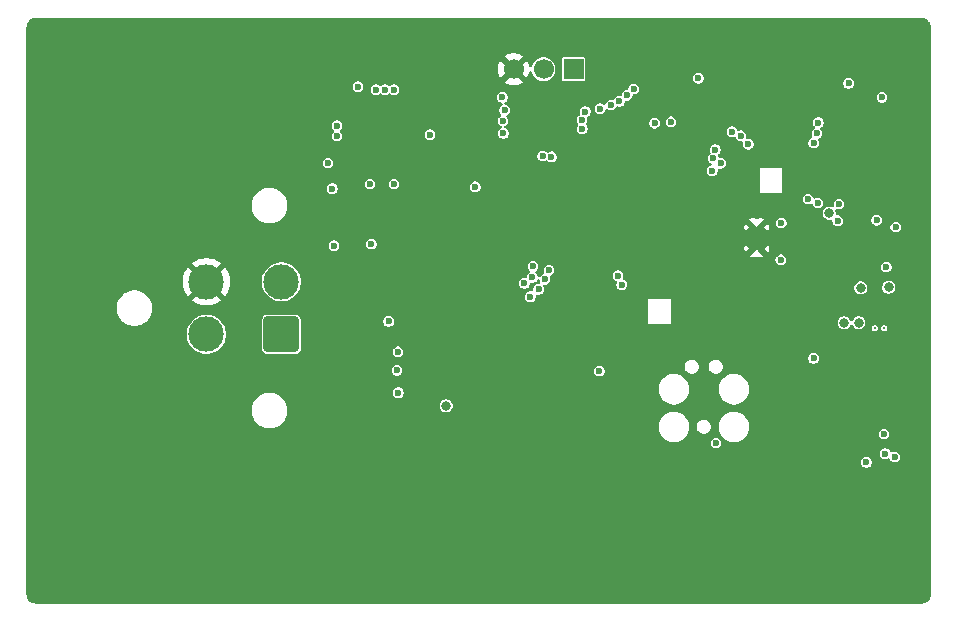
<source format=gbr>
%TF.GenerationSoftware,KiCad,Pcbnew,9.0.1-1.fc42*%
%TF.CreationDate,2025-04-29T06:49:19+02:00*%
%TF.ProjectId,westfly_ahrs_nrf,77657374-666c-4795-9f61-6872735f6e72,0.02*%
%TF.SameCoordinates,Original*%
%TF.FileFunction,Copper,L2,Inr*%
%TF.FilePolarity,Positive*%
%FSLAX46Y46*%
G04 Gerber Fmt 4.6, Leading zero omitted, Abs format (unit mm)*
G04 Created by KiCad (PCBNEW 9.0.1-1.fc42) date 2025-04-29 06:49:19*
%MOMM*%
%LPD*%
G01*
G04 APERTURE LIST*
G04 Aperture macros list*
%AMRoundRect*
0 Rectangle with rounded corners*
0 $1 Rounding radius*
0 $2 $3 $4 $5 $6 $7 $8 $9 X,Y pos of 4 corners*
0 Add a 4 corners polygon primitive as box body*
4,1,4,$2,$3,$4,$5,$6,$7,$8,$9,$2,$3,0*
0 Add four circle primitives for the rounded corners*
1,1,$1+$1,$2,$3*
1,1,$1+$1,$4,$5*
1,1,$1+$1,$6,$7*
1,1,$1+$1,$8,$9*
0 Add four rect primitives between the rounded corners*
20,1,$1+$1,$2,$3,$4,$5,0*
20,1,$1+$1,$4,$5,$6,$7,0*
20,1,$1+$1,$6,$7,$8,$9,0*
20,1,$1+$1,$8,$9,$2,$3,0*%
G04 Aperture macros list end*
%TA.AperFunction,ComponentPad*%
%ADD10C,0.200000*%
%TD*%
%TA.AperFunction,ComponentPad*%
%ADD11C,0.500000*%
%TD*%
%TA.AperFunction,ComponentPad*%
%ADD12R,1.700000X1.700000*%
%TD*%
%TA.AperFunction,ComponentPad*%
%ADD13C,1.700000*%
%TD*%
%TA.AperFunction,ComponentPad*%
%ADD14RoundRect,0.284091X1.215909X1.215909X-1.215909X1.215909X-1.215909X-1.215909X1.215909X-1.215909X0*%
%TD*%
%TA.AperFunction,ComponentPad*%
%ADD15C,3.000000*%
%TD*%
%TA.AperFunction,ViaPad*%
%ADD16C,0.600000*%
%TD*%
%TA.AperFunction,ViaPad*%
%ADD17C,0.800000*%
%TD*%
G04 APERTURE END LIST*
D10*
%TO.N,unconnected-(U12-NC-Pad7)*%
%TO.C,U12*%
X228029400Y-101464400D03*
%TO.N,unconnected-(U12-NC-Pad7)_1*%
X228829400Y-101464400D03*
%TD*%
D11*
%TO.N,GND*%
%TO.C,U1*%
X218328800Y-94742000D03*
X218328800Y-94142000D03*
X218328800Y-93542000D03*
X218328800Y-92942000D03*
X217728800Y-92942000D03*
X217728800Y-93542000D03*
X217728800Y-94142000D03*
X217728800Y-94742000D03*
%TD*%
D12*
%TO.N,/TX0*%
%TO.C,J1*%
X202539600Y-79552800D03*
D13*
%TO.N,/RX0*%
X199999600Y-79552800D03*
%TO.N,GND*%
X197459600Y-79552800D03*
%TD*%
D14*
%TO.N,/CAN_L*%
%TO.C,J3*%
X177800000Y-102000000D03*
D15*
%TO.N,/CAN_H*%
X177800000Y-97550000D03*
%TO.N,GND*%
X171450000Y-97550000D03*
%TO.N,Net-(J3-Pin_4)*%
X171450000Y-102000000D03*
%TD*%
D16*
%TO.N,+3V3*%
X228190400Y-92335600D03*
X229014000Y-96308800D03*
D17*
X226844200Y-98076000D03*
D16*
X222859600Y-104038400D03*
X182499000Y-85217000D03*
X228645650Y-81935250D03*
X182245000Y-94488000D03*
X214591899Y-111201200D03*
X220120866Y-92577135D03*
X228825400Y-110445800D03*
X227326800Y-112833400D03*
D17*
X229206400Y-98025200D03*
X191731900Y-108038900D03*
D16*
X213106000Y-80314800D03*
X187325000Y-81280000D03*
X185420000Y-94361000D03*
X225829925Y-80745125D03*
X220078043Y-95686481D03*
X204724000Y-105105200D03*
%TO.N,GND*%
X208229200Y-101498400D03*
X214223600Y-85598000D03*
X195326000Y-94792800D03*
X184150000Y-90678000D03*
X194513200Y-96113600D03*
X214223600Y-93014800D03*
X226988200Y-109302800D03*
X209850540Y-84722587D03*
X214274400Y-90170000D03*
X203250800Y-100126800D03*
X192684400Y-91033600D03*
X228396800Y-80822800D03*
X210616800Y-97129600D03*
X204825600Y-96824800D03*
X216052400Y-92710000D03*
X211328000Y-97129600D03*
X217728800Y-87426800D03*
X203911200Y-81991200D03*
X185293000Y-91567000D03*
X215849200Y-94236000D03*
X212191600Y-81381600D03*
X225777400Y-111309400D03*
X181483000Y-94742000D03*
X208838800Y-96977200D03*
X186563000Y-89408000D03*
X231069000Y-110445800D03*
X202031600Y-97028000D03*
X201218800Y-102158800D03*
X229108000Y-87223600D03*
X219964000Y-94945200D03*
D17*
X191516000Y-98094800D03*
D16*
X207306800Y-84582000D03*
D17*
X227276000Y-98939600D03*
D16*
X221843600Y-80416400D03*
X214328121Y-88889872D03*
X225608182Y-87940182D03*
X207314800Y-96926400D03*
D17*
X229054000Y-106127800D03*
D16*
X223389800Y-111868200D03*
X202031600Y-106172000D03*
X190703200Y-87223600D03*
X190754000Y-81026000D03*
X185674000Y-104902000D03*
X186436000Y-78232000D03*
X204520800Y-102209600D03*
X208686400Y-104495600D03*
X220624400Y-87477600D03*
X200558400Y-93218000D03*
X231069000Y-111380828D03*
X213868000Y-95758000D03*
X200101200Y-106324400D03*
X224459532Y-94263068D03*
X199745600Y-91897200D03*
X211277200Y-97891600D03*
X212048000Y-97129600D03*
X227885600Y-96103600D03*
X190881000Y-92837000D03*
D17*
X222250000Y-89109800D03*
D16*
X229260400Y-80111600D03*
X231199800Y-96653600D03*
X192735200Y-92506800D03*
X217728800Y-90728800D03*
X204806800Y-84582000D03*
X213614000Y-103581200D03*
X181457600Y-89154000D03*
X214071200Y-94081600D03*
X199186800Y-104089200D03*
X200812400Y-89052400D03*
X195478400Y-93776800D03*
X220675200Y-90932000D03*
X220014800Y-93319600D03*
X184531000Y-89281000D03*
X211328000Y-101447600D03*
X196189600Y-88544400D03*
X208330800Y-97840800D03*
X199440800Y-83261200D03*
X201168000Y-91846400D03*
%TO.N,+5V*%
X187325000Y-89281000D03*
X186879500Y-100902500D03*
%TO.N,/LED1*%
X187655200Y-103479600D03*
X215950800Y-84832200D03*
%TO.N,/LED2*%
X216712800Y-85191600D03*
X187579000Y-105054400D03*
%TO.N,/LED3*%
X187706000Y-106934000D03*
X217322400Y-85902800D03*
D17*
%TO.N,/SCL*%
X226685000Y-101012400D03*
D16*
X210769200Y-84006200D03*
D17*
X225435000Y-101012400D03*
D16*
X222377000Y-90551000D03*
%TO.N,/SDA*%
X224888400Y-92386400D03*
X209397600Y-84124800D03*
X225016632Y-90959368D03*
X223215200Y-90886000D03*
%TO.N,/BL_IND_055*%
X223266000Y-84074000D03*
X207060800Y-81754000D03*
%TO.N,/INT_LIS*%
X229714400Y-112376200D03*
X204774800Y-82888600D03*
%TO.N,/RST_055*%
X223147800Y-84988400D03*
X206415354Y-82279000D03*
%TO.N,/INT_055*%
X205689200Y-82583800D03*
X222860664Y-85788336D03*
D17*
%TO.N,/INT1_LSM*%
X224166917Y-91736001D03*
D16*
X203281800Y-84582000D03*
%TO.N,/INT2_LSM*%
X229816000Y-92919800D03*
X203249140Y-83832709D03*
%TO.N,/CAN_L*%
X182118000Y-89662000D03*
%TO.N,/CAN_H*%
X184277000Y-81026000D03*
X181737000Y-87503000D03*
%TO.N,/DRDY*%
X228925732Y-112098068D03*
X203527624Y-83136326D03*
%TO.N,Net-(J9-RST)*%
X198374000Y-97688400D03*
X198882000Y-98806000D03*
%TO.N,Net-(J9-CLK)*%
X199576200Y-98196400D03*
X199034400Y-97180400D03*
%TO.N,Net-(J9-I{slash}O)*%
X200101200Y-97332800D03*
X199104727Y-96249459D03*
%TO.N,/9151_SWDIO*%
X206295600Y-97028000D03*
X199913164Y-86900745D03*
%TO.N,Net-(J4-~{RESET})*%
X200455727Y-96565905D03*
X194208400Y-89509600D03*
%TO.N,/9151_SWDCLK*%
X206594800Y-97790000D03*
X200660000Y-86969600D03*
%TO.N,Net-(U10-P0.00)*%
X214274400Y-88141796D03*
X196596000Y-84988400D03*
%TO.N,Net-(U10-P0.01)*%
X196545200Y-83921600D03*
X214982071Y-87509397D03*
%TO.N,Net-(U10-P0.02)*%
X214359755Y-87090796D03*
X196697600Y-83007200D03*
%TO.N,Net-(U10-P0.03)*%
X214528400Y-86360000D03*
X196494400Y-81940400D03*
%TO.N,/CAN_INT*%
X207619600Y-81229000D03*
X190373000Y-85090000D03*
%TO.N,Net-(U45-RXD)*%
X185812997Y-81280000D03*
X182499000Y-84328000D03*
%TO.N,Net-(U45-TXD)*%
X186563000Y-81280000D03*
X185293000Y-89281000D03*
%TD*%
%TA.AperFunction,Conductor*%
%TO.N,GND*%
G36*
X232006061Y-75201097D02*
G01*
X232016051Y-75202080D01*
X232143824Y-75214665D01*
X232167652Y-75219404D01*
X232294277Y-75257815D01*
X232316725Y-75267114D01*
X232433406Y-75329482D01*
X232453616Y-75342986D01*
X232487511Y-75370802D01*
X232555891Y-75426920D01*
X232573079Y-75444108D01*
X232657012Y-75546381D01*
X232670517Y-75566593D01*
X232732883Y-75683271D01*
X232742186Y-75705728D01*
X232780593Y-75832338D01*
X232785335Y-75856180D01*
X232798903Y-75993938D01*
X232799500Y-76006092D01*
X232799500Y-123993907D01*
X232798903Y-124006060D01*
X232798903Y-124006061D01*
X232785335Y-124143819D01*
X232780593Y-124167661D01*
X232742186Y-124294271D01*
X232732883Y-124316728D01*
X232670517Y-124433406D01*
X232657012Y-124453618D01*
X232573079Y-124555891D01*
X232555891Y-124573079D01*
X232453618Y-124657012D01*
X232433406Y-124670517D01*
X232316728Y-124732883D01*
X232294271Y-124742186D01*
X232167661Y-124780593D01*
X232143819Y-124785335D01*
X232006213Y-124798888D01*
X231994059Y-124799485D01*
X157006090Y-124799498D01*
X156993937Y-124798901D01*
X156856181Y-124785335D01*
X156832340Y-124780593D01*
X156705728Y-124742186D01*
X156683271Y-124732883D01*
X156566593Y-124670517D01*
X156546381Y-124657012D01*
X156444108Y-124573079D01*
X156426920Y-124555891D01*
X156342986Y-124453616D01*
X156329482Y-124433406D01*
X156267116Y-124316728D01*
X156257815Y-124294277D01*
X156219404Y-124167652D01*
X156214665Y-124143824D01*
X156201097Y-124006060D01*
X156200500Y-123993907D01*
X156200500Y-112774091D01*
X226876300Y-112774091D01*
X226876300Y-112892709D01*
X226907001Y-113007286D01*
X226966311Y-113110013D01*
X227050187Y-113193889D01*
X227152914Y-113253199D01*
X227267491Y-113283900D01*
X227267494Y-113283900D01*
X227386106Y-113283900D01*
X227386109Y-113283900D01*
X227500686Y-113253199D01*
X227603413Y-113193889D01*
X227687289Y-113110013D01*
X227746599Y-113007286D01*
X227777300Y-112892709D01*
X227777300Y-112774091D01*
X227746599Y-112659514D01*
X227687289Y-112556787D01*
X227603413Y-112472911D01*
X227500686Y-112413601D01*
X227386109Y-112382900D01*
X227267491Y-112382900D01*
X227152914Y-112413601D01*
X227152912Y-112413601D01*
X227152912Y-112413602D01*
X227050187Y-112472911D01*
X227050184Y-112472913D01*
X226966313Y-112556784D01*
X226966311Y-112556787D01*
X226907001Y-112659514D01*
X226876300Y-112774091D01*
X156200500Y-112774091D01*
X156200500Y-112038759D01*
X228475232Y-112038759D01*
X228475232Y-112157377D01*
X228505933Y-112271954D01*
X228565243Y-112374681D01*
X228649119Y-112458557D01*
X228751846Y-112517867D01*
X228866423Y-112548568D01*
X228866426Y-112548568D01*
X228985038Y-112548568D01*
X228985041Y-112548568D01*
X229099618Y-112517867D01*
X229124514Y-112503492D01*
X229192414Y-112487019D01*
X229258441Y-112509870D01*
X229293902Y-112548878D01*
X229352347Y-112650104D01*
X229353911Y-112652813D01*
X229437787Y-112736689D01*
X229540514Y-112795999D01*
X229655091Y-112826700D01*
X229655094Y-112826700D01*
X229773706Y-112826700D01*
X229773709Y-112826700D01*
X229888286Y-112795999D01*
X229991013Y-112736689D01*
X230074889Y-112652813D01*
X230134199Y-112550086D01*
X230164900Y-112435509D01*
X230164900Y-112316891D01*
X230134199Y-112202314D01*
X230074889Y-112099587D01*
X229991013Y-112015711D01*
X229888286Y-111956401D01*
X229773709Y-111925700D01*
X229655091Y-111925700D01*
X229574551Y-111947280D01*
X229540509Y-111956402D01*
X229540508Y-111956403D01*
X229515613Y-111970776D01*
X229447712Y-111987247D01*
X229381686Y-111964394D01*
X229346228Y-111925389D01*
X229339235Y-111913278D01*
X229286221Y-111821455D01*
X229202345Y-111737579D01*
X229099618Y-111678269D01*
X228985041Y-111647568D01*
X228866423Y-111647568D01*
X228751846Y-111678269D01*
X228751844Y-111678269D01*
X228751844Y-111678270D01*
X228649119Y-111737579D01*
X228649116Y-111737581D01*
X228565245Y-111821452D01*
X228565243Y-111821455D01*
X228505933Y-111924182D01*
X228475232Y-112038759D01*
X156200500Y-112038759D01*
X156200500Y-111141891D01*
X214141399Y-111141891D01*
X214141399Y-111260509D01*
X214172100Y-111375086D01*
X214231410Y-111477813D01*
X214315286Y-111561689D01*
X214418013Y-111620999D01*
X214532590Y-111651700D01*
X214532593Y-111651700D01*
X214651205Y-111651700D01*
X214651208Y-111651700D01*
X214765785Y-111620999D01*
X214868512Y-111561689D01*
X214952388Y-111477813D01*
X215011698Y-111375086D01*
X215042399Y-111260509D01*
X215042399Y-111141891D01*
X215011698Y-111027314D01*
X214952388Y-110924587D01*
X214868512Y-110840711D01*
X214765785Y-110781401D01*
X214651208Y-110750700D01*
X214532590Y-110750700D01*
X214418013Y-110781401D01*
X214418011Y-110781401D01*
X214418011Y-110781402D01*
X214315286Y-110840711D01*
X214315283Y-110840713D01*
X214231412Y-110924584D01*
X214231410Y-110924587D01*
X214227619Y-110931154D01*
X214172100Y-111027314D01*
X214141399Y-111141891D01*
X156200500Y-111141891D01*
X156200500Y-108321902D01*
X175289500Y-108321902D01*
X175289500Y-108558097D01*
X175326446Y-108791368D01*
X175399433Y-109015996D01*
X175470039Y-109154566D01*
X175506657Y-109226433D01*
X175645483Y-109417510D01*
X175812490Y-109584517D01*
X176003567Y-109723343D01*
X176058163Y-109751161D01*
X176214003Y-109830566D01*
X176214005Y-109830566D01*
X176214008Y-109830568D01*
X176334412Y-109869689D01*
X176438631Y-109903553D01*
X176671903Y-109940500D01*
X176671908Y-109940500D01*
X176908097Y-109940500D01*
X177141368Y-109903553D01*
X177365992Y-109830568D01*
X177566842Y-109728230D01*
X209735250Y-109728230D01*
X209735250Y-109930969D01*
X209759696Y-110085313D01*
X209766963Y-110131196D01*
X209829610Y-110324001D01*
X209921646Y-110504633D01*
X210040806Y-110668643D01*
X210184157Y-110811994D01*
X210348167Y-110931154D01*
X210528799Y-111023190D01*
X210721604Y-111085837D01*
X210821720Y-111101693D01*
X210921831Y-111117550D01*
X210921836Y-111117550D01*
X211124569Y-111117550D01*
X211215578Y-111103135D01*
X211324796Y-111085837D01*
X211517601Y-111023190D01*
X211698233Y-110931154D01*
X211862243Y-110811994D01*
X212005594Y-110668643D01*
X212124754Y-110504633D01*
X212216790Y-110324001D01*
X212279437Y-110131196D01*
X212296735Y-110021978D01*
X212311150Y-109930969D01*
X212311150Y-109751161D01*
X212967400Y-109751161D01*
X212967400Y-109908039D01*
X213008003Y-110059570D01*
X213086441Y-110195430D01*
X213197370Y-110306359D01*
X213333230Y-110384797D01*
X213484761Y-110425400D01*
X213484764Y-110425400D01*
X213641636Y-110425400D01*
X213641639Y-110425400D01*
X213793170Y-110384797D01*
X213929030Y-110306359D01*
X214039959Y-110195430D01*
X214118397Y-110059570D01*
X214159000Y-109908039D01*
X214159000Y-109751161D01*
X214152856Y-109728230D01*
X214815250Y-109728230D01*
X214815250Y-109930969D01*
X214839696Y-110085313D01*
X214846963Y-110131196D01*
X214909610Y-110324001D01*
X215001646Y-110504633D01*
X215120806Y-110668643D01*
X215264157Y-110811994D01*
X215428167Y-110931154D01*
X215608799Y-111023190D01*
X215801604Y-111085837D01*
X215901720Y-111101693D01*
X216001831Y-111117550D01*
X216001836Y-111117550D01*
X216204569Y-111117550D01*
X216295578Y-111103135D01*
X216404796Y-111085837D01*
X216597601Y-111023190D01*
X216778233Y-110931154D01*
X216942243Y-110811994D01*
X217085594Y-110668643D01*
X217204754Y-110504633D01*
X217264950Y-110386491D01*
X228374900Y-110386491D01*
X228374900Y-110505109D01*
X228405601Y-110619686D01*
X228464911Y-110722413D01*
X228548787Y-110806289D01*
X228651514Y-110865599D01*
X228766091Y-110896300D01*
X228766094Y-110896300D01*
X228884706Y-110896300D01*
X228884709Y-110896300D01*
X228999286Y-110865599D01*
X229102013Y-110806289D01*
X229185889Y-110722413D01*
X229245199Y-110619686D01*
X229275900Y-110505109D01*
X229275900Y-110386491D01*
X229245199Y-110271914D01*
X229185889Y-110169187D01*
X229102013Y-110085311D01*
X228999286Y-110026001D01*
X228884709Y-109995300D01*
X228766091Y-109995300D01*
X228651514Y-110026001D01*
X228651512Y-110026001D01*
X228651512Y-110026002D01*
X228548787Y-110085311D01*
X228548784Y-110085313D01*
X228464913Y-110169184D01*
X228464911Y-110169187D01*
X228405601Y-110271914D01*
X228374900Y-110386491D01*
X217264950Y-110386491D01*
X217296790Y-110324001D01*
X217359437Y-110131196D01*
X217376735Y-110021978D01*
X217391150Y-109930969D01*
X217391150Y-109728230D01*
X217370781Y-109599629D01*
X217359437Y-109528004D01*
X217296790Y-109335199D01*
X217204754Y-109154567D01*
X217085594Y-108990557D01*
X216942243Y-108847206D01*
X216778233Y-108728046D01*
X216597601Y-108636010D01*
X216404796Y-108573363D01*
X216404790Y-108573362D01*
X216204569Y-108541650D01*
X216204564Y-108541650D01*
X216001836Y-108541650D01*
X216001831Y-108541650D01*
X215801609Y-108573362D01*
X215801607Y-108573362D01*
X215801604Y-108573363D01*
X215608799Y-108636010D01*
X215608796Y-108636011D01*
X215608794Y-108636012D01*
X215428166Y-108728046D01*
X215264154Y-108847208D01*
X215120808Y-108990554D01*
X215001646Y-109154566D01*
X214909612Y-109335194D01*
X214909611Y-109335196D01*
X214909610Y-109335199D01*
X214846963Y-109528004D01*
X214846962Y-109528007D01*
X214846962Y-109528009D01*
X214815250Y-109728230D01*
X214152856Y-109728230D01*
X214118397Y-109599630D01*
X214039959Y-109463770D01*
X213929030Y-109352841D01*
X213793170Y-109274403D01*
X213793171Y-109274403D01*
X213755287Y-109264252D01*
X213641639Y-109233800D01*
X213484761Y-109233800D01*
X213371112Y-109264252D01*
X213333229Y-109274403D01*
X213197371Y-109352840D01*
X213197368Y-109352842D01*
X213086442Y-109463768D01*
X213086440Y-109463771D01*
X213008003Y-109599629D01*
X212994468Y-109650140D01*
X212967400Y-109751161D01*
X212311150Y-109751161D01*
X212311150Y-109728230D01*
X212290781Y-109599629D01*
X212279437Y-109528004D01*
X212216790Y-109335199D01*
X212124754Y-109154567D01*
X212005594Y-108990557D01*
X211862243Y-108847206D01*
X211698233Y-108728046D01*
X211517601Y-108636010D01*
X211324796Y-108573363D01*
X211324790Y-108573362D01*
X211124569Y-108541650D01*
X211124564Y-108541650D01*
X210921836Y-108541650D01*
X210921831Y-108541650D01*
X210721609Y-108573362D01*
X210721607Y-108573362D01*
X210721604Y-108573363D01*
X210528799Y-108636010D01*
X210528796Y-108636011D01*
X210528794Y-108636012D01*
X210348166Y-108728046D01*
X210184154Y-108847208D01*
X210040808Y-108990554D01*
X209921646Y-109154566D01*
X209829612Y-109335194D01*
X209829611Y-109335196D01*
X209829610Y-109335199D01*
X209766963Y-109528004D01*
X209766962Y-109528007D01*
X209766962Y-109528009D01*
X209735250Y-109728230D01*
X177566842Y-109728230D01*
X177576433Y-109723343D01*
X177767510Y-109584517D01*
X177934517Y-109417510D01*
X178073343Y-109226433D01*
X178180568Y-109015992D01*
X178253553Y-108791368D01*
X178278159Y-108636012D01*
X178290500Y-108558097D01*
X178290500Y-108321902D01*
X178253553Y-108088631D01*
X178223655Y-107996617D01*
X178213845Y-107966425D01*
X191181400Y-107966425D01*
X191181400Y-108111375D01*
X191218916Y-108251385D01*
X191218917Y-108251388D01*
X191291388Y-108376911D01*
X191291390Y-108376913D01*
X191291391Y-108376915D01*
X191393885Y-108479409D01*
X191393886Y-108479410D01*
X191393888Y-108479411D01*
X191519411Y-108551882D01*
X191519412Y-108551882D01*
X191519415Y-108551884D01*
X191659425Y-108589400D01*
X191659428Y-108589400D01*
X191804372Y-108589400D01*
X191804375Y-108589400D01*
X191944385Y-108551884D01*
X192069915Y-108479409D01*
X192172409Y-108376915D01*
X192244884Y-108251385D01*
X192282400Y-108111375D01*
X192282400Y-107966425D01*
X192244884Y-107826415D01*
X192172409Y-107700885D01*
X192069915Y-107598391D01*
X192069913Y-107598390D01*
X192069911Y-107598388D01*
X191944388Y-107525917D01*
X191944389Y-107525917D01*
X191932906Y-107522840D01*
X191804375Y-107488400D01*
X191659425Y-107488400D01*
X191530893Y-107522840D01*
X191519411Y-107525917D01*
X191393888Y-107598388D01*
X191393882Y-107598393D01*
X191291393Y-107700882D01*
X191291388Y-107700888D01*
X191218917Y-107826411D01*
X191218916Y-107826415D01*
X191181400Y-107966425D01*
X178213845Y-107966425D01*
X178180568Y-107864008D01*
X178073343Y-107653567D01*
X177934517Y-107462490D01*
X177767510Y-107295483D01*
X177576433Y-107156657D01*
X177561407Y-107149001D01*
X177365996Y-107049433D01*
X177166138Y-106984495D01*
X177166137Y-106984494D01*
X177141370Y-106976447D01*
X176908097Y-106939500D01*
X176908092Y-106939500D01*
X176671908Y-106939500D01*
X176671903Y-106939500D01*
X176438631Y-106976446D01*
X176214003Y-107049433D01*
X176003566Y-107156657D01*
X175929303Y-107210613D01*
X175812490Y-107295483D01*
X175812488Y-107295485D01*
X175812487Y-107295485D01*
X175645485Y-107462487D01*
X175645485Y-107462488D01*
X175645483Y-107462490D01*
X175585862Y-107544550D01*
X175506657Y-107653566D01*
X175399433Y-107864003D01*
X175326446Y-108088631D01*
X175289500Y-108321902D01*
X156200500Y-108321902D01*
X156200500Y-106874691D01*
X187255500Y-106874691D01*
X187255500Y-106993309D01*
X187286201Y-107107886D01*
X187345511Y-107210613D01*
X187429387Y-107294489D01*
X187532114Y-107353799D01*
X187646691Y-107384500D01*
X187646694Y-107384500D01*
X187765306Y-107384500D01*
X187765309Y-107384500D01*
X187879886Y-107353799D01*
X187982613Y-107294489D01*
X188066489Y-107210613D01*
X188125799Y-107107886D01*
X188156500Y-106993309D01*
X188156500Y-106874691D01*
X188125799Y-106760114D01*
X188066489Y-106657387D01*
X187982613Y-106573511D01*
X187947486Y-106553230D01*
X209735250Y-106553230D01*
X209735250Y-106755969D01*
X209735907Y-106760114D01*
X209766963Y-106956196D01*
X209829610Y-107149001D01*
X209921646Y-107329633D01*
X210040806Y-107493643D01*
X210184157Y-107636994D01*
X210348167Y-107756154D01*
X210528799Y-107848190D01*
X210721604Y-107910837D01*
X210821720Y-107926693D01*
X210921831Y-107942550D01*
X210921836Y-107942550D01*
X211124569Y-107942550D01*
X211215578Y-107928135D01*
X211324796Y-107910837D01*
X211517601Y-107848190D01*
X211698233Y-107756154D01*
X211862243Y-107636994D01*
X212005594Y-107493643D01*
X212124754Y-107329633D01*
X212216790Y-107149001D01*
X212279437Y-106956196D01*
X212310493Y-106760114D01*
X212311150Y-106755969D01*
X212311150Y-106553230D01*
X214815250Y-106553230D01*
X214815250Y-106755969D01*
X214815907Y-106760114D01*
X214846963Y-106956196D01*
X214909610Y-107149001D01*
X215001646Y-107329633D01*
X215120806Y-107493643D01*
X215264157Y-107636994D01*
X215428167Y-107756154D01*
X215608799Y-107848190D01*
X215801604Y-107910837D01*
X215901720Y-107926693D01*
X216001831Y-107942550D01*
X216001836Y-107942550D01*
X216204569Y-107942550D01*
X216295578Y-107928135D01*
X216404796Y-107910837D01*
X216597601Y-107848190D01*
X216778233Y-107756154D01*
X216942243Y-107636994D01*
X217085594Y-107493643D01*
X217204754Y-107329633D01*
X217296790Y-107149001D01*
X217359437Y-106956196D01*
X217390493Y-106760114D01*
X217391150Y-106755969D01*
X217391150Y-106553230D01*
X217373852Y-106444018D01*
X217359437Y-106353004D01*
X217296790Y-106160199D01*
X217204754Y-105979567D01*
X217085594Y-105815557D01*
X216942243Y-105672206D01*
X216778233Y-105553046D01*
X216597601Y-105461010D01*
X216404796Y-105398363D01*
X216404790Y-105398362D01*
X216204569Y-105366650D01*
X216204564Y-105366650D01*
X216001836Y-105366650D01*
X216001831Y-105366650D01*
X215801609Y-105398362D01*
X215801607Y-105398362D01*
X215801604Y-105398363D01*
X215608799Y-105461010D01*
X215608796Y-105461011D01*
X215608794Y-105461012D01*
X215428166Y-105553046D01*
X215264154Y-105672208D01*
X215120808Y-105815554D01*
X215001646Y-105979566D01*
X214909612Y-106160194D01*
X214909611Y-106160196D01*
X214909610Y-106160199D01*
X214846963Y-106353004D01*
X214846962Y-106353007D01*
X214846962Y-106353009D01*
X214815250Y-106553230D01*
X212311150Y-106553230D01*
X212293852Y-106444018D01*
X212279437Y-106353004D01*
X212216790Y-106160199D01*
X212124754Y-105979567D01*
X212005594Y-105815557D01*
X211862243Y-105672206D01*
X211698233Y-105553046D01*
X211517601Y-105461010D01*
X211324796Y-105398363D01*
X211324790Y-105398362D01*
X211124569Y-105366650D01*
X211124564Y-105366650D01*
X210921836Y-105366650D01*
X210921831Y-105366650D01*
X210721609Y-105398362D01*
X210721607Y-105398362D01*
X210721604Y-105398363D01*
X210528799Y-105461010D01*
X210528796Y-105461011D01*
X210528794Y-105461012D01*
X210348166Y-105553046D01*
X210184154Y-105672208D01*
X210040808Y-105815554D01*
X209921646Y-105979566D01*
X209829612Y-106160194D01*
X209829611Y-106160196D01*
X209829610Y-106160199D01*
X209766963Y-106353004D01*
X209766962Y-106353007D01*
X209766962Y-106353009D01*
X209735250Y-106553230D01*
X187947486Y-106553230D01*
X187879886Y-106514201D01*
X187765309Y-106483500D01*
X187646691Y-106483500D01*
X187532114Y-106514201D01*
X187532112Y-106514201D01*
X187532112Y-106514202D01*
X187429387Y-106573511D01*
X187429384Y-106573513D01*
X187345513Y-106657384D01*
X187345511Y-106657387D01*
X187286201Y-106760114D01*
X187255500Y-106874691D01*
X156200500Y-106874691D01*
X156200500Y-104995091D01*
X187128500Y-104995091D01*
X187128500Y-105113709D01*
X187159201Y-105228286D01*
X187218511Y-105331013D01*
X187302387Y-105414889D01*
X187405114Y-105474199D01*
X187519691Y-105504900D01*
X187519694Y-105504900D01*
X187638306Y-105504900D01*
X187638309Y-105504900D01*
X187752886Y-105474199D01*
X187855613Y-105414889D01*
X187939489Y-105331013D01*
X187998799Y-105228286D01*
X188029500Y-105113709D01*
X188029500Y-105045891D01*
X204273500Y-105045891D01*
X204273500Y-105164509D01*
X204304201Y-105279086D01*
X204363511Y-105381813D01*
X204447387Y-105465689D01*
X204550114Y-105524999D01*
X204664691Y-105555700D01*
X204664694Y-105555700D01*
X204783306Y-105555700D01*
X204783309Y-105555700D01*
X204897886Y-105524999D01*
X205000613Y-105465689D01*
X205084489Y-105381813D01*
X205143799Y-105279086D01*
X205174500Y-105164509D01*
X205174500Y-105045891D01*
X205143799Y-104931314D01*
X205084489Y-104828587D01*
X205000613Y-104744711D01*
X204897886Y-104685401D01*
X204844742Y-104671161D01*
X211951400Y-104671161D01*
X211951400Y-104828039D01*
X211992003Y-104979570D01*
X212070441Y-105115430D01*
X212181370Y-105226359D01*
X212317230Y-105304797D01*
X212468761Y-105345400D01*
X212468764Y-105345400D01*
X212625636Y-105345400D01*
X212625639Y-105345400D01*
X212777170Y-105304797D01*
X212913030Y-105226359D01*
X213023959Y-105115430D01*
X213102397Y-104979570D01*
X213143000Y-104828039D01*
X213143000Y-104671161D01*
X213983400Y-104671161D01*
X213983400Y-104828039D01*
X214024003Y-104979570D01*
X214102441Y-105115430D01*
X214213370Y-105226359D01*
X214349230Y-105304797D01*
X214500761Y-105345400D01*
X214500764Y-105345400D01*
X214657636Y-105345400D01*
X214657639Y-105345400D01*
X214809170Y-105304797D01*
X214945030Y-105226359D01*
X215055959Y-105115430D01*
X215134397Y-104979570D01*
X215175000Y-104828039D01*
X215175000Y-104671161D01*
X215134397Y-104519630D01*
X215055959Y-104383770D01*
X214945030Y-104272841D01*
X214809170Y-104194403D01*
X214809171Y-104194403D01*
X214771287Y-104184252D01*
X214657639Y-104153800D01*
X214500761Y-104153800D01*
X214387112Y-104184252D01*
X214349229Y-104194403D01*
X214213371Y-104272840D01*
X214213368Y-104272842D01*
X214102442Y-104383768D01*
X214102440Y-104383771D01*
X214024003Y-104519629D01*
X214024003Y-104519630D01*
X213983400Y-104671161D01*
X213143000Y-104671161D01*
X213102397Y-104519630D01*
X213023959Y-104383770D01*
X212913030Y-104272841D01*
X212777170Y-104194403D01*
X212777171Y-104194403D01*
X212739287Y-104184252D01*
X212625639Y-104153800D01*
X212468761Y-104153800D01*
X212355112Y-104184252D01*
X212317229Y-104194403D01*
X212181371Y-104272840D01*
X212181368Y-104272842D01*
X212070442Y-104383768D01*
X212070440Y-104383771D01*
X211992003Y-104519629D01*
X211992003Y-104519630D01*
X211951400Y-104671161D01*
X204844742Y-104671161D01*
X204783309Y-104654700D01*
X204664691Y-104654700D01*
X204550114Y-104685401D01*
X204550112Y-104685401D01*
X204550112Y-104685402D01*
X204447387Y-104744711D01*
X204447384Y-104744713D01*
X204363513Y-104828584D01*
X204363511Y-104828587D01*
X204304201Y-104931314D01*
X204273500Y-105045891D01*
X188029500Y-105045891D01*
X188029500Y-104995091D01*
X187998799Y-104880514D01*
X187939489Y-104777787D01*
X187855613Y-104693911D01*
X187752886Y-104634601D01*
X187638309Y-104603900D01*
X187519691Y-104603900D01*
X187405114Y-104634601D01*
X187405112Y-104634601D01*
X187405112Y-104634602D01*
X187302387Y-104693911D01*
X187302384Y-104693913D01*
X187218513Y-104777784D01*
X187218511Y-104777787D01*
X187159201Y-104880514D01*
X187128500Y-104995091D01*
X156200500Y-104995091D01*
X156200500Y-103979091D01*
X222409100Y-103979091D01*
X222409100Y-104097709D01*
X222439801Y-104212286D01*
X222499111Y-104315013D01*
X222582987Y-104398889D01*
X222685714Y-104458199D01*
X222800291Y-104488900D01*
X222800294Y-104488900D01*
X222918906Y-104488900D01*
X222918909Y-104488900D01*
X223033486Y-104458199D01*
X223136213Y-104398889D01*
X223220089Y-104315013D01*
X223279399Y-104212286D01*
X223310100Y-104097709D01*
X223310100Y-103979091D01*
X223279399Y-103864514D01*
X223220089Y-103761787D01*
X223136213Y-103677911D01*
X223033486Y-103618601D01*
X222918909Y-103587900D01*
X222800291Y-103587900D01*
X222685714Y-103618601D01*
X222685712Y-103618601D01*
X222685712Y-103618602D01*
X222582987Y-103677911D01*
X222582984Y-103677913D01*
X222499113Y-103761784D01*
X222499111Y-103761787D01*
X222440343Y-103863576D01*
X222439801Y-103864514D01*
X222409100Y-103979091D01*
X156200500Y-103979091D01*
X156200500Y-101870097D01*
X169799500Y-101870097D01*
X169799500Y-102129902D01*
X169840140Y-102386493D01*
X169920422Y-102633576D01*
X170001534Y-102792764D01*
X170038366Y-102865051D01*
X170191069Y-103075229D01*
X170374771Y-103258931D01*
X170584949Y-103411634D01*
X170732445Y-103486787D01*
X170816423Y-103529577D01*
X170816425Y-103529577D01*
X170816428Y-103529579D01*
X171063507Y-103609860D01*
X171195706Y-103630797D01*
X171320098Y-103650500D01*
X171320103Y-103650500D01*
X171579902Y-103650500D01*
X171693298Y-103632539D01*
X171836493Y-103609860D01*
X172083572Y-103529579D01*
X172315051Y-103411634D01*
X172525229Y-103258931D01*
X172708931Y-103075229D01*
X172861634Y-102865051D01*
X172979579Y-102633572D01*
X173059860Y-102386493D01*
X173082539Y-102243298D01*
X173100500Y-102129902D01*
X173100500Y-101870097D01*
X173075919Y-101714900D01*
X173059860Y-101613507D01*
X172979579Y-101366428D01*
X172979577Y-101366425D01*
X172979577Y-101366423D01*
X172904680Y-101219431D01*
X172861634Y-101134949D01*
X172708931Y-100924771D01*
X172525229Y-100741069D01*
X172512393Y-100731743D01*
X172512383Y-100731736D01*
X176149500Y-100731736D01*
X176149500Y-103268256D01*
X176152252Y-103297613D01*
X176152252Y-103297615D01*
X176152253Y-103297617D01*
X176195522Y-103421274D01*
X176273318Y-103526682D01*
X176378726Y-103604478D01*
X176502383Y-103647747D01*
X176531741Y-103650500D01*
X179068258Y-103650499D01*
X179097617Y-103647747D01*
X179221274Y-103604478D01*
X179326682Y-103526682D01*
X179404478Y-103421274D01*
X179404822Y-103420291D01*
X187204700Y-103420291D01*
X187204700Y-103538909D01*
X187235401Y-103653486D01*
X187294711Y-103756213D01*
X187378587Y-103840089D01*
X187481314Y-103899399D01*
X187595891Y-103930100D01*
X187595894Y-103930100D01*
X187714506Y-103930100D01*
X187714509Y-103930100D01*
X187829086Y-103899399D01*
X187931813Y-103840089D01*
X188015689Y-103756213D01*
X188074999Y-103653486D01*
X188105700Y-103538909D01*
X188105700Y-103420291D01*
X188074999Y-103305714D01*
X188015689Y-103202987D01*
X187931813Y-103119111D01*
X187829086Y-103059801D01*
X187714509Y-103029100D01*
X187595891Y-103029100D01*
X187481314Y-103059801D01*
X187481312Y-103059801D01*
X187481312Y-103059802D01*
X187378587Y-103119111D01*
X187378584Y-103119113D01*
X187294713Y-103202984D01*
X187294711Y-103202987D01*
X187257024Y-103268263D01*
X187235401Y-103305714D01*
X187204700Y-103420291D01*
X179404822Y-103420291D01*
X179447747Y-103297617D01*
X179450500Y-103268259D01*
X179450499Y-100843191D01*
X186429000Y-100843191D01*
X186429000Y-100961809D01*
X186459701Y-101076386D01*
X186519011Y-101179113D01*
X186602887Y-101262989D01*
X186705614Y-101322299D01*
X186820191Y-101353000D01*
X186820194Y-101353000D01*
X186938806Y-101353000D01*
X186938809Y-101353000D01*
X187053386Y-101322299D01*
X187156113Y-101262989D01*
X187239989Y-101179113D01*
X187290169Y-101092200D01*
X208854000Y-101092200D01*
X210754000Y-101092200D01*
X210754000Y-100939925D01*
X224884500Y-100939925D01*
X224884500Y-101084875D01*
X224909752Y-101179115D01*
X224922017Y-101224888D01*
X224994488Y-101350411D01*
X224994490Y-101350413D01*
X224994491Y-101350415D01*
X225096985Y-101452909D01*
X225096986Y-101452910D01*
X225096988Y-101452911D01*
X225222511Y-101525382D01*
X225222512Y-101525382D01*
X225222515Y-101525384D01*
X225362525Y-101562900D01*
X225362528Y-101562900D01*
X225507472Y-101562900D01*
X225507475Y-101562900D01*
X225647485Y-101525384D01*
X225773015Y-101452909D01*
X225875509Y-101350415D01*
X225925985Y-101262988D01*
X225952048Y-101217847D01*
X225954791Y-101219431D01*
X225989254Y-101176644D01*
X226055543Y-101154562D01*
X226123247Y-101171824D01*
X226166758Y-101218536D01*
X226167952Y-101217847D01*
X226244488Y-101350411D01*
X226244490Y-101350413D01*
X226244491Y-101350415D01*
X226346985Y-101452909D01*
X226346986Y-101452910D01*
X226346988Y-101452911D01*
X226472511Y-101525382D01*
X226472512Y-101525382D01*
X226472515Y-101525384D01*
X226612525Y-101562900D01*
X226612528Y-101562900D01*
X226757472Y-101562900D01*
X226757475Y-101562900D01*
X226897485Y-101525384D01*
X227023015Y-101452909D01*
X227061354Y-101414570D01*
X227778900Y-101414570D01*
X227778900Y-101414572D01*
X227778900Y-101514228D01*
X227817036Y-101606297D01*
X227887503Y-101676764D01*
X227979572Y-101714900D01*
X227979574Y-101714900D01*
X228079226Y-101714900D01*
X228079228Y-101714900D01*
X228171297Y-101676764D01*
X228241764Y-101606297D01*
X228279900Y-101514228D01*
X228279900Y-101414572D01*
X228279899Y-101414570D01*
X228578900Y-101414570D01*
X228578900Y-101414572D01*
X228578900Y-101514228D01*
X228617036Y-101606297D01*
X228687503Y-101676764D01*
X228779572Y-101714900D01*
X228779574Y-101714900D01*
X228879226Y-101714900D01*
X228879228Y-101714900D01*
X228971297Y-101676764D01*
X229041764Y-101606297D01*
X229079900Y-101514228D01*
X229079900Y-101414572D01*
X229041764Y-101322503D01*
X228971297Y-101252036D01*
X228905756Y-101224888D01*
X228879229Y-101213900D01*
X228879228Y-101213900D01*
X228779572Y-101213900D01*
X228779570Y-101213900D01*
X228687502Y-101252036D01*
X228617036Y-101322502D01*
X228578900Y-101414570D01*
X228279899Y-101414570D01*
X228241764Y-101322503D01*
X228171297Y-101252036D01*
X228105756Y-101224888D01*
X228079229Y-101213900D01*
X228079228Y-101213900D01*
X227979572Y-101213900D01*
X227979570Y-101213900D01*
X227887502Y-101252036D01*
X227817036Y-101322502D01*
X227778900Y-101414570D01*
X227061354Y-101414570D01*
X227125509Y-101350415D01*
X227197984Y-101224885D01*
X227235500Y-101084875D01*
X227235500Y-100939925D01*
X227197984Y-100799915D01*
X227173501Y-100757510D01*
X227125511Y-100674388D01*
X227125506Y-100674382D01*
X227023017Y-100571893D01*
X227023011Y-100571888D01*
X226897488Y-100499417D01*
X226897489Y-100499417D01*
X226886006Y-100496340D01*
X226757475Y-100461900D01*
X226612525Y-100461900D01*
X226483993Y-100496340D01*
X226472511Y-100499417D01*
X226346988Y-100571888D01*
X226346982Y-100571893D01*
X226244493Y-100674382D01*
X226244488Y-100674388D01*
X226167952Y-100806953D01*
X226165212Y-100805371D01*
X226130719Y-100848174D01*
X226064425Y-100870238D01*
X225996726Y-100852958D01*
X225953248Y-100806259D01*
X225952048Y-100806953D01*
X225875511Y-100674388D01*
X225875506Y-100674382D01*
X225773017Y-100571893D01*
X225773011Y-100571888D01*
X225647488Y-100499417D01*
X225647489Y-100499417D01*
X225636006Y-100496340D01*
X225507475Y-100461900D01*
X225362525Y-100461900D01*
X225233993Y-100496340D01*
X225222511Y-100499417D01*
X225096988Y-100571888D01*
X225096982Y-100571893D01*
X224994493Y-100674382D01*
X224994488Y-100674388D01*
X224922017Y-100799911D01*
X224922016Y-100799915D01*
X224884500Y-100939925D01*
X210754000Y-100939925D01*
X210754000Y-99002200D01*
X208854000Y-99002200D01*
X208854000Y-101092200D01*
X187290169Y-101092200D01*
X187299299Y-101076386D01*
X187330000Y-100961809D01*
X187330000Y-100843191D01*
X187299299Y-100728614D01*
X187239989Y-100625887D01*
X187156113Y-100542011D01*
X187053386Y-100482701D01*
X186938809Y-100452000D01*
X186820191Y-100452000D01*
X186705614Y-100482701D01*
X186705612Y-100482701D01*
X186705612Y-100482702D01*
X186602887Y-100542011D01*
X186602884Y-100542013D01*
X186519013Y-100625884D01*
X186519011Y-100625887D01*
X186474846Y-100702383D01*
X186459701Y-100728614D01*
X186429000Y-100843191D01*
X179450499Y-100843191D01*
X179450499Y-100731742D01*
X179447747Y-100702383D01*
X179404478Y-100578726D01*
X179326682Y-100473318D01*
X179221274Y-100395522D01*
X179097617Y-100352253D01*
X179097615Y-100352252D01*
X179097613Y-100352252D01*
X179068263Y-100349500D01*
X176531743Y-100349500D01*
X176502386Y-100352252D01*
X176378725Y-100395522D01*
X176273318Y-100473318D01*
X176195523Y-100578724D01*
X176152252Y-100702386D01*
X176149500Y-100731736D01*
X172512383Y-100731736D01*
X172315054Y-100588368D01*
X172315053Y-100588367D01*
X172315051Y-100588366D01*
X172224075Y-100542011D01*
X172083576Y-100470422D01*
X171836493Y-100390140D01*
X171579902Y-100349500D01*
X171579897Y-100349500D01*
X171320103Y-100349500D01*
X171320098Y-100349500D01*
X171063506Y-100390140D01*
X170816423Y-100470422D01*
X170584945Y-100588368D01*
X170374774Y-100741066D01*
X170374768Y-100741071D01*
X170191071Y-100924768D01*
X170191066Y-100924774D01*
X170038368Y-101134945D01*
X169920422Y-101366423D01*
X169840140Y-101613506D01*
X169799500Y-101870097D01*
X156200500Y-101870097D01*
X156200500Y-100131368D01*
X156200500Y-99661902D01*
X163849500Y-99661902D01*
X163849500Y-99898097D01*
X163886446Y-100131368D01*
X163959433Y-100355996D01*
X164054213Y-100542011D01*
X164066657Y-100566433D01*
X164205483Y-100757510D01*
X164372490Y-100924517D01*
X164563567Y-101063343D01*
X164620202Y-101092200D01*
X164774003Y-101170566D01*
X164774005Y-101170566D01*
X164774008Y-101170568D01*
X164894412Y-101209689D01*
X164998631Y-101243553D01*
X165231903Y-101280500D01*
X165231908Y-101280500D01*
X165468097Y-101280500D01*
X165701368Y-101243553D01*
X165925992Y-101170568D01*
X166136433Y-101063343D01*
X166327510Y-100924517D01*
X166494517Y-100757510D01*
X166633343Y-100566433D01*
X166740568Y-100355992D01*
X166813553Y-100131368D01*
X166850500Y-99898097D01*
X166850500Y-99661902D01*
X166813553Y-99428631D01*
X166747648Y-99225799D01*
X166740568Y-99204008D01*
X166740566Y-99204005D01*
X166740566Y-99204003D01*
X166707068Y-99138260D01*
X166677167Y-99079577D01*
X166633343Y-98993567D01*
X166494517Y-98802490D01*
X166327510Y-98635483D01*
X166136433Y-98496657D01*
X166090029Y-98473013D01*
X165925996Y-98389433D01*
X165701368Y-98316446D01*
X165468097Y-98279500D01*
X165468092Y-98279500D01*
X165231908Y-98279500D01*
X165231903Y-98279500D01*
X164998631Y-98316446D01*
X164774003Y-98389433D01*
X164563566Y-98496657D01*
X164506410Y-98538184D01*
X164372490Y-98635483D01*
X164372488Y-98635485D01*
X164372487Y-98635485D01*
X164205485Y-98802487D01*
X164205485Y-98802488D01*
X164205483Y-98802490D01*
X164200802Y-98808933D01*
X164066657Y-98993566D01*
X163959433Y-99204003D01*
X163886446Y-99428631D01*
X163849500Y-99661902D01*
X156200500Y-99661902D01*
X156200500Y-97418905D01*
X169450000Y-97418905D01*
X169450000Y-97681094D01*
X169484220Y-97941009D01*
X169484222Y-97941020D01*
X169552075Y-98194255D01*
X169652404Y-98436471D01*
X169652409Y-98436482D01*
X169783488Y-98663516D01*
X169783494Y-98663524D01*
X169870080Y-98776365D01*
X170695884Y-97950561D01*
X170696740Y-97952626D01*
X170789762Y-98091844D01*
X170908156Y-98210238D01*
X171047374Y-98303260D01*
X171049437Y-98304114D01*
X170223633Y-99129917D01*
X170223633Y-99129918D01*
X170336475Y-99216505D01*
X170336483Y-99216511D01*
X170563517Y-99347590D01*
X170563528Y-99347595D01*
X170805744Y-99447924D01*
X171058979Y-99515777D01*
X171058990Y-99515779D01*
X171318905Y-99549999D01*
X171318920Y-99550000D01*
X171581080Y-99550000D01*
X171581094Y-99549999D01*
X171841009Y-99515779D01*
X171841020Y-99515777D01*
X172094255Y-99447924D01*
X172336471Y-99347595D01*
X172336482Y-99347590D01*
X172563516Y-99216511D01*
X172563534Y-99216499D01*
X172676365Y-99129919D01*
X172676365Y-99129917D01*
X171850562Y-98304114D01*
X171852626Y-98303260D01*
X171991844Y-98210238D01*
X172110238Y-98091844D01*
X172203260Y-97952626D01*
X172204114Y-97950562D01*
X173029917Y-98776365D01*
X173029919Y-98776365D01*
X173116499Y-98663534D01*
X173116511Y-98663516D01*
X173247590Y-98436482D01*
X173247595Y-98436471D01*
X173347924Y-98194255D01*
X173415777Y-97941020D01*
X173415779Y-97941009D01*
X173449999Y-97681094D01*
X173450000Y-97681080D01*
X173450000Y-97420097D01*
X176149500Y-97420097D01*
X176149500Y-97679902D01*
X176190140Y-97936493D01*
X176270422Y-98183576D01*
X176351534Y-98342764D01*
X176387839Y-98414017D01*
X176388368Y-98415054D01*
X176534507Y-98616197D01*
X176541069Y-98625229D01*
X176724771Y-98808931D01*
X176934949Y-98961634D01*
X177082445Y-99036787D01*
X177166423Y-99079577D01*
X177166425Y-99079577D01*
X177166428Y-99079579D01*
X177413507Y-99159860D01*
X177545706Y-99180797D01*
X177670098Y-99200500D01*
X177670103Y-99200500D01*
X177929902Y-99200500D01*
X178043298Y-99182539D01*
X178186493Y-99159860D01*
X178433572Y-99079579D01*
X178665051Y-98961634D01*
X178875229Y-98808931D01*
X179058931Y-98625229D01*
X179211634Y-98415051D01*
X179329579Y-98183572D01*
X179409860Y-97936493D01*
X179435184Y-97776601D01*
X179450500Y-97679902D01*
X179450500Y-97629091D01*
X197923500Y-97629091D01*
X197923500Y-97747709D01*
X197954201Y-97862286D01*
X198013511Y-97965013D01*
X198097387Y-98048889D01*
X198200114Y-98108199D01*
X198314691Y-98138900D01*
X198314694Y-98138900D01*
X198433306Y-98138900D01*
X198433309Y-98138900D01*
X198547886Y-98108199D01*
X198650613Y-98048889D01*
X198734489Y-97965013D01*
X198793799Y-97862286D01*
X198824500Y-97747709D01*
X198824500Y-97747705D01*
X198825561Y-97739649D01*
X198828073Y-97739979D01*
X198844185Y-97685109D01*
X198896989Y-97639354D01*
X198966147Y-97629410D01*
X198970386Y-97630280D01*
X198975089Y-97630899D01*
X198975091Y-97630900D01*
X198975093Y-97630900D01*
X199093706Y-97630900D01*
X199093709Y-97630900D01*
X199208286Y-97600199D01*
X199311013Y-97540889D01*
X199394889Y-97457013D01*
X199431809Y-97393065D01*
X199442897Y-97382493D01*
X199450007Y-97368919D01*
X199467670Y-97358872D01*
X199482375Y-97344852D01*
X199497419Y-97341952D01*
X199510740Y-97334376D01*
X199531029Y-97335473D01*
X199550982Y-97331628D01*
X199565207Y-97337323D01*
X199580508Y-97338151D01*
X199596983Y-97350044D01*
X199615846Y-97357596D01*
X199625581Y-97370689D01*
X199637159Y-97379047D01*
X199647938Y-97400756D01*
X199654608Y-97409726D01*
X199657163Y-97416230D01*
X199681401Y-97506686D01*
X199716758Y-97567927D01*
X199720150Y-97576559D01*
X199722457Y-97602491D01*
X199728597Y-97627799D01*
X199725504Y-97636735D01*
X199726342Y-97646154D01*
X199714261Y-97669220D01*
X199705745Y-97693826D01*
X199698312Y-97699671D01*
X199693925Y-97708048D01*
X199671290Y-97720921D01*
X199650824Y-97737017D01*
X199638977Y-97739300D01*
X199633192Y-97742591D01*
X199624378Y-97742114D01*
X199604737Y-97745900D01*
X199516891Y-97745900D01*
X199402314Y-97776601D01*
X199402312Y-97776601D01*
X199402312Y-97776602D01*
X199299587Y-97835911D01*
X199299584Y-97835913D01*
X199215713Y-97919784D01*
X199215711Y-97919787D01*
X199167366Y-98003523D01*
X199156401Y-98022514D01*
X199125700Y-98137091D01*
X199125700Y-98137093D01*
X199125700Y-98243307D01*
X199106015Y-98310346D01*
X199053211Y-98356101D01*
X198984053Y-98366045D01*
X198969609Y-98363082D01*
X198941313Y-98355500D01*
X198941309Y-98355500D01*
X198822691Y-98355500D01*
X198708114Y-98386201D01*
X198708112Y-98386201D01*
X198708112Y-98386202D01*
X198605387Y-98445511D01*
X198605384Y-98445513D01*
X198521513Y-98529384D01*
X198521511Y-98529387D01*
X198471390Y-98616199D01*
X198462201Y-98632114D01*
X198431500Y-98746691D01*
X198431500Y-98865309D01*
X198462201Y-98979886D01*
X198521511Y-99082613D01*
X198605387Y-99166489D01*
X198708114Y-99225799D01*
X198822691Y-99256500D01*
X198822694Y-99256500D01*
X198941306Y-99256500D01*
X198941309Y-99256500D01*
X199055886Y-99225799D01*
X199158613Y-99166489D01*
X199242489Y-99082613D01*
X199301799Y-98979886D01*
X199332500Y-98865309D01*
X199332500Y-98753110D01*
X199333076Y-98747155D01*
X199343961Y-98720059D01*
X199352185Y-98692053D01*
X199356829Y-98688028D01*
X199359122Y-98682322D01*
X199382930Y-98665412D01*
X199404989Y-98646298D01*
X199411073Y-98645423D01*
X199416086Y-98641863D01*
X199445248Y-98640509D01*
X199474147Y-98636354D01*
X199485333Y-98638648D01*
X199485880Y-98638623D01*
X199486247Y-98638835D01*
X199488581Y-98639314D01*
X199516891Y-98646900D01*
X199516894Y-98646900D01*
X199635506Y-98646900D01*
X199635509Y-98646900D01*
X199750086Y-98616199D01*
X199852813Y-98556889D01*
X199936689Y-98473013D01*
X199995999Y-98370286D01*
X200026700Y-98255709D01*
X200026700Y-98137091D01*
X199995999Y-98022514D01*
X199965275Y-97969300D01*
X199948803Y-97901401D01*
X199971655Y-97835374D01*
X200026576Y-97792183D01*
X200072663Y-97783300D01*
X200160506Y-97783300D01*
X200160509Y-97783300D01*
X200275086Y-97752599D01*
X200377813Y-97693289D01*
X200461689Y-97609413D01*
X200520999Y-97506686D01*
X200551700Y-97392109D01*
X200551700Y-97273491D01*
X200520999Y-97158914D01*
X200520997Y-97158912D01*
X200518895Y-97151064D01*
X200520394Y-97150662D01*
X200513911Y-97090368D01*
X200545184Y-97027888D01*
X200603847Y-96992607D01*
X200629613Y-96985704D01*
X200659080Y-96968691D01*
X205845100Y-96968691D01*
X205845100Y-97087309D01*
X205875801Y-97201886D01*
X205935111Y-97304613D01*
X206018987Y-97388489D01*
X206121714Y-97447799D01*
X206121715Y-97447799D01*
X206127174Y-97450951D01*
X206175390Y-97501518D01*
X206188613Y-97570125D01*
X206176527Y-97607943D01*
X206178113Y-97608600D01*
X206175002Y-97616109D01*
X206168774Y-97639354D01*
X206144300Y-97730691D01*
X206144300Y-97849309D01*
X206175001Y-97963886D01*
X206234311Y-98066613D01*
X206318187Y-98150489D01*
X206420914Y-98209799D01*
X206535491Y-98240500D01*
X206535494Y-98240500D01*
X206654106Y-98240500D01*
X206654109Y-98240500D01*
X206768686Y-98209799D01*
X206871413Y-98150489D01*
X206955289Y-98066613D01*
X206991713Y-98003525D01*
X226293700Y-98003525D01*
X226293700Y-98148475D01*
X226331216Y-98288485D01*
X226331217Y-98288488D01*
X226403688Y-98414011D01*
X226403690Y-98414013D01*
X226403691Y-98414015D01*
X226506185Y-98516509D01*
X226506186Y-98516510D01*
X226506188Y-98516511D01*
X226631711Y-98588982D01*
X226631712Y-98588982D01*
X226631715Y-98588984D01*
X226771725Y-98626500D01*
X226771728Y-98626500D01*
X226916672Y-98626500D01*
X226916675Y-98626500D01*
X227056685Y-98588984D01*
X227182215Y-98516509D01*
X227284709Y-98414015D01*
X227357184Y-98288485D01*
X227394700Y-98148475D01*
X227394700Y-98003525D01*
X227381088Y-97952725D01*
X228655900Y-97952725D01*
X228655900Y-98097675D01*
X228685944Y-98209799D01*
X228693417Y-98237688D01*
X228765888Y-98363211D01*
X228765890Y-98363213D01*
X228765891Y-98363215D01*
X228868385Y-98465709D01*
X228868386Y-98465710D01*
X228868388Y-98465711D01*
X228993911Y-98538182D01*
X228993912Y-98538182D01*
X228993915Y-98538184D01*
X229133925Y-98575700D01*
X229133928Y-98575700D01*
X229278872Y-98575700D01*
X229278875Y-98575700D01*
X229418885Y-98538184D01*
X229544415Y-98465709D01*
X229646909Y-98363215D01*
X229719384Y-98237685D01*
X229756900Y-98097675D01*
X229756900Y-97952725D01*
X229719384Y-97812715D01*
X229710851Y-97797936D01*
X229646911Y-97687188D01*
X229646906Y-97687182D01*
X229544417Y-97584693D01*
X229544411Y-97584688D01*
X229418888Y-97512217D01*
X229418889Y-97512217D01*
X229398247Y-97506686D01*
X229278875Y-97474700D01*
X229133925Y-97474700D01*
X229014553Y-97506686D01*
X228993911Y-97512217D01*
X228868388Y-97584688D01*
X228868382Y-97584693D01*
X228765893Y-97687182D01*
X228765888Y-97687188D01*
X228693417Y-97812711D01*
X228693416Y-97812715D01*
X228655900Y-97952725D01*
X227381088Y-97952725D01*
X227357184Y-97863515D01*
X227356474Y-97862286D01*
X227284711Y-97737988D01*
X227284706Y-97737982D01*
X227182217Y-97635493D01*
X227182211Y-97635488D01*
X227056688Y-97563017D01*
X227056689Y-97563017D01*
X227045206Y-97559940D01*
X226916675Y-97525500D01*
X226771725Y-97525500D01*
X226643193Y-97559940D01*
X226631711Y-97563017D01*
X226506188Y-97635488D01*
X226506182Y-97635493D01*
X226403693Y-97737982D01*
X226403688Y-97737988D01*
X226331217Y-97863511D01*
X226331216Y-97863515D01*
X226293700Y-98003525D01*
X206991713Y-98003525D01*
X207014599Y-97963886D01*
X207045300Y-97849309D01*
X207045300Y-97730691D01*
X207014599Y-97616114D01*
X206955289Y-97513387D01*
X206871413Y-97429511D01*
X206871411Y-97429510D01*
X206871409Y-97429508D01*
X206763225Y-97367048D01*
X206715009Y-97316481D01*
X206701787Y-97247874D01*
X206713879Y-97210059D01*
X206712287Y-97209400D01*
X206715397Y-97201890D01*
X206715398Y-97201887D01*
X206715399Y-97201886D01*
X206746100Y-97087309D01*
X206746100Y-96968691D01*
X206715399Y-96854114D01*
X206656089Y-96751387D01*
X206572213Y-96667511D01*
X206469486Y-96608201D01*
X206354909Y-96577500D01*
X206236291Y-96577500D01*
X206121714Y-96608201D01*
X206121712Y-96608201D01*
X206121712Y-96608202D01*
X206018987Y-96667511D01*
X206018984Y-96667513D01*
X205935113Y-96751384D01*
X205935111Y-96751387D01*
X205882497Y-96842517D01*
X205875801Y-96854114D01*
X205845100Y-96968691D01*
X200659080Y-96968691D01*
X200732340Y-96926394D01*
X200816216Y-96842518D01*
X200875526Y-96739791D01*
X200906227Y-96625214D01*
X200906227Y-96506596D01*
X200875526Y-96392019D01*
X200816216Y-96289292D01*
X200776415Y-96249491D01*
X228563500Y-96249491D01*
X228563500Y-96368109D01*
X228594201Y-96482686D01*
X228653511Y-96585413D01*
X228737387Y-96669289D01*
X228840114Y-96728599D01*
X228954691Y-96759300D01*
X228954694Y-96759300D01*
X229073306Y-96759300D01*
X229073309Y-96759300D01*
X229187886Y-96728599D01*
X229290613Y-96669289D01*
X229374489Y-96585413D01*
X229433799Y-96482686D01*
X229464500Y-96368109D01*
X229464500Y-96249491D01*
X229433799Y-96134914D01*
X229374489Y-96032187D01*
X229290613Y-95948311D01*
X229187886Y-95889001D01*
X229073309Y-95858300D01*
X228954691Y-95858300D01*
X228840114Y-95889001D01*
X228840112Y-95889001D01*
X228840112Y-95889002D01*
X228737387Y-95948311D01*
X228737384Y-95948313D01*
X228653513Y-96032184D01*
X228653511Y-96032187D01*
X228594201Y-96134914D01*
X228563500Y-96249491D01*
X200776415Y-96249491D01*
X200732340Y-96205416D01*
X200629613Y-96146106D01*
X200515036Y-96115405D01*
X200396418Y-96115405D01*
X200281841Y-96146106D01*
X200281839Y-96146106D01*
X200281839Y-96146107D01*
X200179114Y-96205416D01*
X200179111Y-96205418D01*
X200095240Y-96289289D01*
X200095238Y-96289292D01*
X200049733Y-96368109D01*
X200035928Y-96392019D01*
X200005227Y-96506596D01*
X200005227Y-96625214D01*
X200035928Y-96739791D01*
X200035929Y-96739792D01*
X200038032Y-96747641D01*
X200036534Y-96748042D01*
X200043014Y-96808345D01*
X200011735Y-96870823D01*
X199953082Y-96906096D01*
X199927313Y-96913001D01*
X199824587Y-96972311D01*
X199824584Y-96972313D01*
X199740713Y-97056184D01*
X199740709Y-97056190D01*
X199703790Y-97120134D01*
X199653222Y-97168348D01*
X199584615Y-97181570D01*
X199519751Y-97155601D01*
X199479223Y-97098687D01*
X199476634Y-97090244D01*
X199454199Y-97006514D01*
X199394889Y-96903787D01*
X199317911Y-96826809D01*
X199284426Y-96765486D01*
X199289410Y-96695794D01*
X199331282Y-96639861D01*
X199343575Y-96631751D01*
X199381340Y-96609948D01*
X199465216Y-96526072D01*
X199524526Y-96423345D01*
X199555227Y-96308768D01*
X199555227Y-96190150D01*
X199524526Y-96075573D01*
X199465216Y-95972846D01*
X199381340Y-95888970D01*
X199278613Y-95829660D01*
X199164036Y-95798959D01*
X199045418Y-95798959D01*
X198930841Y-95829660D01*
X198930839Y-95829660D01*
X198930839Y-95829661D01*
X198828114Y-95888970D01*
X198828111Y-95888972D01*
X198744240Y-95972843D01*
X198744238Y-95972846D01*
X198684928Y-96075573D01*
X198654227Y-96190150D01*
X198654227Y-96308768D01*
X198684928Y-96423345D01*
X198744238Y-96526072D01*
X198744240Y-96526074D01*
X198821215Y-96603049D01*
X198854700Y-96664372D01*
X198849716Y-96734064D01*
X198807844Y-96789997D01*
X198795535Y-96798116D01*
X198757793Y-96819906D01*
X198757784Y-96819913D01*
X198673913Y-96903784D01*
X198673911Y-96903787D01*
X198614602Y-97006512D01*
X198583899Y-97121094D01*
X198582839Y-97129151D01*
X198580326Y-97128820D01*
X198564215Y-97183690D01*
X198511411Y-97229445D01*
X198442253Y-97239389D01*
X198438014Y-97238519D01*
X198433310Y-97237900D01*
X198433309Y-97237900D01*
X198314691Y-97237900D01*
X198200114Y-97268601D01*
X198200112Y-97268601D01*
X198200112Y-97268602D01*
X198097387Y-97327911D01*
X198097384Y-97327913D01*
X198013513Y-97411784D01*
X198013511Y-97411787D01*
X197958721Y-97506686D01*
X197954201Y-97514514D01*
X197923500Y-97629091D01*
X179450500Y-97629091D01*
X179450500Y-97420097D01*
X179420303Y-97229445D01*
X179409860Y-97163507D01*
X179329579Y-96916428D01*
X179329577Y-96916425D01*
X179329577Y-96916423D01*
X179269296Y-96798116D01*
X179211634Y-96684949D01*
X179058931Y-96474771D01*
X178875229Y-96291069D01*
X178872779Y-96289289D01*
X178665054Y-96138368D01*
X178665053Y-96138367D01*
X178665051Y-96138366D01*
X178592764Y-96101534D01*
X178433576Y-96020422D01*
X178186493Y-95940140D01*
X177929902Y-95899500D01*
X177929897Y-95899500D01*
X177670103Y-95899500D01*
X177670098Y-95899500D01*
X177413506Y-95940140D01*
X177166423Y-96020422D01*
X176934945Y-96138368D01*
X176724774Y-96291066D01*
X176724768Y-96291071D01*
X176541071Y-96474768D01*
X176541066Y-96474774D01*
X176388368Y-96684945D01*
X176270422Y-96916423D01*
X176190140Y-97163506D01*
X176149500Y-97420097D01*
X173450000Y-97420097D01*
X173450000Y-97418919D01*
X173449999Y-97418905D01*
X173415779Y-97158990D01*
X173415777Y-97158979D01*
X173347924Y-96905744D01*
X173247595Y-96663528D01*
X173247590Y-96663517D01*
X173116511Y-96436483D01*
X173116505Y-96436475D01*
X173029918Y-96323633D01*
X173029917Y-96323633D01*
X172204114Y-97149436D01*
X172203260Y-97147374D01*
X172110238Y-97008156D01*
X171991844Y-96889762D01*
X171852626Y-96796740D01*
X171850560Y-96795884D01*
X172676365Y-95970080D01*
X172563524Y-95883494D01*
X172563516Y-95883488D01*
X172336482Y-95752409D01*
X172336466Y-95752401D01*
X172291089Y-95733606D01*
X172291088Y-95733606D01*
X172094255Y-95652075D01*
X172001314Y-95627172D01*
X219627543Y-95627172D01*
X219627543Y-95745790D01*
X219658244Y-95860367D01*
X219717554Y-95963094D01*
X219801430Y-96046970D01*
X219904157Y-96106280D01*
X220018734Y-96136981D01*
X220018737Y-96136981D01*
X220137349Y-96136981D01*
X220137352Y-96136981D01*
X220251929Y-96106280D01*
X220354656Y-96046970D01*
X220438532Y-95963094D01*
X220497842Y-95860367D01*
X220528543Y-95745790D01*
X220528543Y-95627172D01*
X220497842Y-95512595D01*
X220438532Y-95409868D01*
X220354656Y-95325992D01*
X220251929Y-95266682D01*
X220137352Y-95235981D01*
X220018734Y-95235981D01*
X219904157Y-95266682D01*
X219904155Y-95266682D01*
X219904155Y-95266683D01*
X219801430Y-95325992D01*
X219801427Y-95325994D01*
X219717556Y-95409865D01*
X219717554Y-95409868D01*
X219694854Y-95449186D01*
X219658244Y-95512595D01*
X219627543Y-95627172D01*
X172001314Y-95627172D01*
X171841020Y-95584222D01*
X171841009Y-95584220D01*
X171581094Y-95550000D01*
X171318905Y-95550000D01*
X171058990Y-95584220D01*
X171058979Y-95584222D01*
X170805744Y-95652075D01*
X170563528Y-95752404D01*
X170563517Y-95752409D01*
X170336471Y-95883496D01*
X170223633Y-95970079D01*
X170223633Y-95970080D01*
X171049438Y-96795885D01*
X171047374Y-96796740D01*
X170908156Y-96889762D01*
X170789762Y-97008156D01*
X170696740Y-97147374D01*
X170695885Y-97149438D01*
X169870080Y-96323633D01*
X169870079Y-96323633D01*
X169783496Y-96436471D01*
X169652409Y-96663517D01*
X169652404Y-96663528D01*
X169552075Y-96905744D01*
X169484222Y-97158979D01*
X169484220Y-97158990D01*
X169450000Y-97418905D01*
X156200500Y-97418905D01*
X156200500Y-95419577D01*
X217404775Y-95419577D01*
X217510036Y-95463178D01*
X217510040Y-95463179D01*
X217654926Y-95491999D01*
X217654929Y-95492000D01*
X217802671Y-95492000D01*
X217802673Y-95491999D01*
X217947560Y-95463179D01*
X217947570Y-95463176D01*
X217981345Y-95449186D01*
X218050814Y-95441716D01*
X218076255Y-95449186D01*
X218110029Y-95463176D01*
X218110039Y-95463179D01*
X218254926Y-95491999D01*
X218254929Y-95492000D01*
X218402671Y-95492000D01*
X218402673Y-95491999D01*
X218547560Y-95463179D01*
X218547575Y-95463175D01*
X218652824Y-95419578D01*
X218652824Y-95419577D01*
X218152023Y-94918777D01*
X218028800Y-94795554D01*
X217905577Y-94918777D01*
X217404775Y-95419577D01*
X156200500Y-95419577D01*
X156200500Y-94428691D01*
X181794500Y-94428691D01*
X181794500Y-94547309D01*
X181825201Y-94661886D01*
X181884511Y-94764613D01*
X181968387Y-94848489D01*
X182071114Y-94907799D01*
X182185691Y-94938500D01*
X182185694Y-94938500D01*
X182304306Y-94938500D01*
X182304309Y-94938500D01*
X182418886Y-94907799D01*
X182521613Y-94848489D01*
X182605489Y-94764613D01*
X182664799Y-94661886D01*
X182695500Y-94547309D01*
X182695500Y-94428691D01*
X182664799Y-94314114D01*
X182657627Y-94301691D01*
X184969500Y-94301691D01*
X184969500Y-94420309D01*
X185000201Y-94534886D01*
X185059511Y-94637613D01*
X185143387Y-94721489D01*
X185246114Y-94780799D01*
X185360691Y-94811500D01*
X185360694Y-94811500D01*
X185479306Y-94811500D01*
X185479309Y-94811500D01*
X185593886Y-94780799D01*
X185696613Y-94721489D01*
X185749976Y-94668126D01*
X216978800Y-94668126D01*
X216978800Y-94815873D01*
X217007620Y-94960759D01*
X217007622Y-94960767D01*
X217051221Y-95066024D01*
X217375246Y-94742000D01*
X217345409Y-94712163D01*
X217578800Y-94712163D01*
X217578800Y-94771837D01*
X217601636Y-94826968D01*
X217643832Y-94869164D01*
X217698963Y-94892000D01*
X217758637Y-94892000D01*
X217813768Y-94869164D01*
X217855964Y-94826968D01*
X217878800Y-94771837D01*
X217878800Y-94712163D01*
X218178800Y-94712163D01*
X218178800Y-94771837D01*
X218201636Y-94826968D01*
X218243832Y-94869164D01*
X218298963Y-94892000D01*
X218358637Y-94892000D01*
X218413768Y-94869164D01*
X218455964Y-94826968D01*
X218478800Y-94771837D01*
X218478800Y-94742000D01*
X218682354Y-94742000D01*
X219006377Y-95066024D01*
X219006378Y-95066024D01*
X219049975Y-94960775D01*
X219049979Y-94960760D01*
X219078799Y-94815873D01*
X219078800Y-94815871D01*
X219078800Y-94668128D01*
X219078799Y-94668126D01*
X219049979Y-94523239D01*
X219049975Y-94523224D01*
X219035986Y-94489453D01*
X219029920Y-94433046D01*
X218996195Y-94428157D01*
X218682354Y-94742000D01*
X218478800Y-94742000D01*
X218478800Y-94712163D01*
X218455964Y-94657032D01*
X218413768Y-94614836D01*
X218358637Y-94592000D01*
X218298963Y-94592000D01*
X218243832Y-94614836D01*
X218201636Y-94657032D01*
X218178800Y-94712163D01*
X217878800Y-94712163D01*
X217855964Y-94657032D01*
X217813768Y-94614836D01*
X217758637Y-94592000D01*
X217698963Y-94592000D01*
X217643832Y-94614836D01*
X217601636Y-94657032D01*
X217578800Y-94712163D01*
X217345409Y-94712163D01*
X217020329Y-94387083D01*
X217026290Y-94407963D01*
X217026078Y-94436066D01*
X217029083Y-94464016D01*
X217025782Y-94475256D01*
X217025763Y-94477831D01*
X217024425Y-94479878D01*
X217021614Y-94489452D01*
X217007623Y-94523228D01*
X217007620Y-94523240D01*
X216978800Y-94668126D01*
X185749976Y-94668126D01*
X185780489Y-94637613D01*
X185839799Y-94534886D01*
X185870500Y-94420309D01*
X185870500Y-94301691D01*
X185839799Y-94187114D01*
X185780489Y-94084387D01*
X185764230Y-94068128D01*
X216978800Y-94068128D01*
X216978800Y-94215867D01*
X216988227Y-94263266D01*
X216988948Y-94253188D01*
X217017450Y-94208839D01*
X217084291Y-94141999D01*
X217054455Y-94112163D01*
X217578800Y-94112163D01*
X217578800Y-94171837D01*
X217601636Y-94226968D01*
X217643832Y-94269164D01*
X217698963Y-94292000D01*
X217758637Y-94292000D01*
X217813768Y-94269164D01*
X217855964Y-94226968D01*
X217878800Y-94171837D01*
X217878800Y-94112163D01*
X218178800Y-94112163D01*
X218178800Y-94171837D01*
X218201636Y-94226968D01*
X218243832Y-94269164D01*
X218298963Y-94292000D01*
X218358637Y-94292000D01*
X218413768Y-94269164D01*
X218455964Y-94226968D01*
X218478800Y-94171837D01*
X218478800Y-94141999D01*
X218973308Y-94141999D01*
X218973308Y-94142001D01*
X219011021Y-94179714D01*
X219078800Y-94189540D01*
X219078800Y-94094457D01*
X219011023Y-94104283D01*
X218973308Y-94141999D01*
X218478800Y-94141999D01*
X218478800Y-94112163D01*
X218455964Y-94057032D01*
X218413768Y-94014836D01*
X218358637Y-93992000D01*
X218298963Y-93992000D01*
X218243832Y-94014836D01*
X218201636Y-94057032D01*
X218178800Y-94112163D01*
X217878800Y-94112163D01*
X217855964Y-94057032D01*
X217813768Y-94014836D01*
X217758637Y-93992000D01*
X217698963Y-93992000D01*
X217643832Y-94014836D01*
X217601636Y-94057032D01*
X217578800Y-94112163D01*
X217054455Y-94112163D01*
X217017449Y-94075157D01*
X216988094Y-94021397D01*
X216978800Y-94068128D01*
X185764230Y-94068128D01*
X185696613Y-94000511D01*
X185593886Y-93941201D01*
X185479309Y-93910500D01*
X185360691Y-93910500D01*
X185246114Y-93941201D01*
X185246112Y-93941201D01*
X185246112Y-93941202D01*
X185143387Y-94000511D01*
X185143384Y-94000513D01*
X185059513Y-94084384D01*
X185059511Y-94084387D01*
X185000201Y-94187114D01*
X184969500Y-94301691D01*
X182657627Y-94301691D01*
X182605489Y-94211387D01*
X182521613Y-94127511D01*
X182418886Y-94068201D01*
X182304309Y-94037500D01*
X182185691Y-94037500D01*
X182071114Y-94068201D01*
X182071112Y-94068201D01*
X182071112Y-94068202D01*
X181968387Y-94127511D01*
X181968384Y-94127513D01*
X181884513Y-94211384D01*
X181884511Y-94211387D01*
X181825201Y-94314114D01*
X181794500Y-94428691D01*
X156200500Y-94428691D01*
X156200500Y-93900319D01*
X217017111Y-93900319D01*
X217017450Y-93899793D01*
X217075245Y-93841999D01*
X218982354Y-93841999D01*
X218982354Y-93842001D01*
X218996193Y-93855840D01*
X219031816Y-93850676D01*
X219029920Y-93833046D01*
X218996195Y-93828157D01*
X218982354Y-93841999D01*
X217075245Y-93841999D01*
X217020328Y-93787082D01*
X217026289Y-93807963D01*
X217026077Y-93836066D01*
X217029082Y-93864016D01*
X217025781Y-93875256D01*
X217025762Y-93877830D01*
X217024424Y-93879876D01*
X217021613Y-93889452D01*
X217017111Y-93900319D01*
X156200500Y-93900319D01*
X156200500Y-93468128D01*
X216978800Y-93468128D01*
X216978800Y-93615867D01*
X216988227Y-93663266D01*
X216988948Y-93653188D01*
X217017450Y-93608839D01*
X217084291Y-93541999D01*
X217054455Y-93512163D01*
X217578800Y-93512163D01*
X217578800Y-93571837D01*
X217601636Y-93626968D01*
X217643832Y-93669164D01*
X217698963Y-93692000D01*
X217758637Y-93692000D01*
X217813768Y-93669164D01*
X217855964Y-93626968D01*
X217878800Y-93571837D01*
X217878800Y-93512163D01*
X218178800Y-93512163D01*
X218178800Y-93571837D01*
X218201636Y-93626968D01*
X218243832Y-93669164D01*
X218298963Y-93692000D01*
X218358637Y-93692000D01*
X218413768Y-93669164D01*
X218455964Y-93626968D01*
X218478800Y-93571837D01*
X218478800Y-93541999D01*
X218973308Y-93541999D01*
X218973308Y-93542001D01*
X219011021Y-93579714D01*
X219078800Y-93589540D01*
X219078800Y-93494457D01*
X219011023Y-93504283D01*
X218973308Y-93541999D01*
X218478800Y-93541999D01*
X218478800Y-93512163D01*
X218455964Y-93457032D01*
X218413768Y-93414836D01*
X218358637Y-93392000D01*
X218298963Y-93392000D01*
X218243832Y-93414836D01*
X218201636Y-93457032D01*
X218178800Y-93512163D01*
X217878800Y-93512163D01*
X217855964Y-93457032D01*
X217813768Y-93414836D01*
X217758637Y-93392000D01*
X217698963Y-93392000D01*
X217643832Y-93414836D01*
X217601636Y-93457032D01*
X217578800Y-93512163D01*
X217054455Y-93512163D01*
X217017450Y-93475158D01*
X216988094Y-93421397D01*
X216978800Y-93468128D01*
X156200500Y-93468128D01*
X156200500Y-92868126D01*
X216978800Y-92868126D01*
X216978800Y-93015873D01*
X217007620Y-93160759D01*
X217007623Y-93160770D01*
X217021614Y-93194549D01*
X217024161Y-93218248D01*
X217031048Y-93241065D01*
X217028189Y-93255724D01*
X217029081Y-93264018D01*
X217026289Y-93276037D01*
X217020328Y-93296917D01*
X217375246Y-92942000D01*
X217375246Y-92941999D01*
X217345410Y-92912163D01*
X217578800Y-92912163D01*
X217578800Y-92971837D01*
X217601636Y-93026968D01*
X217643832Y-93069164D01*
X217698963Y-93092000D01*
X217758637Y-93092000D01*
X217813768Y-93069164D01*
X217855964Y-93026968D01*
X217878800Y-92971837D01*
X217878800Y-92912163D01*
X218178800Y-92912163D01*
X218178800Y-92971837D01*
X218201636Y-93026968D01*
X218243832Y-93069164D01*
X218298963Y-93092000D01*
X218358637Y-93092000D01*
X218413768Y-93069164D01*
X218455964Y-93026968D01*
X218478800Y-92971837D01*
X218478800Y-92941999D01*
X218682354Y-92941999D01*
X218682354Y-92942001D01*
X218996193Y-93255840D01*
X219031816Y-93250676D01*
X219028516Y-93219983D01*
X219035986Y-93194543D01*
X219049977Y-93160766D01*
X219049979Y-93160760D01*
X219078799Y-93015873D01*
X219078800Y-93015871D01*
X219078800Y-92868128D01*
X219078799Y-92868126D01*
X219049979Y-92723240D01*
X219049978Y-92723236D01*
X219006377Y-92617975D01*
X218682354Y-92941999D01*
X218478800Y-92941999D01*
X218478800Y-92912163D01*
X218455964Y-92857032D01*
X218413768Y-92814836D01*
X218358637Y-92792000D01*
X218298963Y-92792000D01*
X218243832Y-92814836D01*
X218201636Y-92857032D01*
X218178800Y-92912163D01*
X217878800Y-92912163D01*
X217855964Y-92857032D01*
X217813768Y-92814836D01*
X217758637Y-92792000D01*
X217698963Y-92792000D01*
X217643832Y-92814836D01*
X217601636Y-92857032D01*
X217578800Y-92912163D01*
X217345410Y-92912163D01*
X217051221Y-92617974D01*
X217051220Y-92617974D01*
X217007623Y-92723228D01*
X217007620Y-92723240D01*
X216978800Y-92868126D01*
X156200500Y-92868126D01*
X156200500Y-90991902D01*
X175289500Y-90991902D01*
X175289500Y-91228097D01*
X175326446Y-91461368D01*
X175399433Y-91685996D01*
X175506657Y-91896433D01*
X175645483Y-92087510D01*
X175812490Y-92254517D01*
X176003567Y-92393343D01*
X176023005Y-92403247D01*
X176214003Y-92500566D01*
X176214005Y-92500566D01*
X176214008Y-92500568D01*
X176267129Y-92517828D01*
X176438631Y-92573553D01*
X176671903Y-92610500D01*
X176671908Y-92610500D01*
X176908097Y-92610500D01*
X177141368Y-92573553D01*
X177185200Y-92559311D01*
X177365992Y-92500568D01*
X177576433Y-92393343D01*
X177753880Y-92264420D01*
X217404774Y-92264420D01*
X217404774Y-92264421D01*
X217905577Y-92765223D01*
X218028800Y-92888446D01*
X218114289Y-92802957D01*
X218399419Y-92517826D01*
X219670366Y-92517826D01*
X219670366Y-92636444D01*
X219701067Y-92751021D01*
X219760377Y-92853748D01*
X219844253Y-92937624D01*
X219946980Y-92996934D01*
X220061557Y-93027635D01*
X220061560Y-93027635D01*
X220180172Y-93027635D01*
X220180175Y-93027635D01*
X220294752Y-92996934D01*
X220397479Y-92937624D01*
X220474612Y-92860491D01*
X229365500Y-92860491D01*
X229365500Y-92979109D01*
X229396201Y-93093686D01*
X229455511Y-93196413D01*
X229539387Y-93280289D01*
X229642114Y-93339599D01*
X229756691Y-93370300D01*
X229756694Y-93370300D01*
X229875306Y-93370300D01*
X229875309Y-93370300D01*
X229989886Y-93339599D01*
X230092613Y-93280289D01*
X230176489Y-93196413D01*
X230235799Y-93093686D01*
X230266500Y-92979109D01*
X230266500Y-92860491D01*
X230235799Y-92745914D01*
X230176489Y-92643187D01*
X230092613Y-92559311D01*
X229989886Y-92500001D01*
X229875309Y-92469300D01*
X229756691Y-92469300D01*
X229642114Y-92500001D01*
X229642112Y-92500001D01*
X229642112Y-92500002D01*
X229539387Y-92559311D01*
X229539384Y-92559313D01*
X229455513Y-92643184D01*
X229455511Y-92643187D01*
X229396201Y-92745914D01*
X229365500Y-92860491D01*
X220474612Y-92860491D01*
X220481355Y-92853748D01*
X220540665Y-92751021D01*
X220571366Y-92636444D01*
X220571366Y-92517826D01*
X220540665Y-92403249D01*
X220481355Y-92300522D01*
X220397479Y-92216646D01*
X220294752Y-92157336D01*
X220180175Y-92126635D01*
X220061557Y-92126635D01*
X219946980Y-92157336D01*
X219946978Y-92157336D01*
X219946978Y-92157337D01*
X219844253Y-92216646D01*
X219844250Y-92216648D01*
X219760379Y-92300519D01*
X219760377Y-92300522D01*
X219705882Y-92394910D01*
X219701067Y-92403249D01*
X219670366Y-92517826D01*
X218399419Y-92517826D01*
X218652824Y-92264421D01*
X218547567Y-92220822D01*
X218547559Y-92220820D01*
X218402672Y-92192000D01*
X218254928Y-92192000D01*
X218110040Y-92220820D01*
X218110028Y-92220823D01*
X218076252Y-92234814D01*
X218006783Y-92242283D01*
X217981348Y-92234814D01*
X217947571Y-92220823D01*
X217947559Y-92220820D01*
X217802672Y-92192000D01*
X217654928Y-92192000D01*
X217510040Y-92220820D01*
X217510028Y-92220823D01*
X217404774Y-92264420D01*
X177753880Y-92264420D01*
X177767510Y-92254517D01*
X177934517Y-92087510D01*
X178073343Y-91896433D01*
X178180568Y-91685992D01*
X178187868Y-91663526D01*
X223616417Y-91663526D01*
X223616417Y-91808476D01*
X223645286Y-91916215D01*
X223653934Y-91948489D01*
X223726405Y-92074012D01*
X223726407Y-92074014D01*
X223726408Y-92074016D01*
X223828902Y-92176510D01*
X223828903Y-92176511D01*
X223828905Y-92176512D01*
X223954428Y-92248983D01*
X223954429Y-92248983D01*
X223954432Y-92248985D01*
X224094442Y-92286501D01*
X224094445Y-92286501D01*
X224239390Y-92286501D01*
X224239392Y-92286501D01*
X224281806Y-92275136D01*
X224351655Y-92276798D01*
X224409518Y-92315959D01*
X224437023Y-92380188D01*
X224437900Y-92394906D01*
X224437900Y-92445709D01*
X224468601Y-92560286D01*
X224527911Y-92663013D01*
X224611787Y-92746889D01*
X224714514Y-92806199D01*
X224829091Y-92836900D01*
X224829094Y-92836900D01*
X224947706Y-92836900D01*
X224947709Y-92836900D01*
X225062286Y-92806199D01*
X225165013Y-92746889D01*
X225248889Y-92663013D01*
X225308199Y-92560286D01*
X225338900Y-92445709D01*
X225338900Y-92327091D01*
X225325288Y-92276291D01*
X227739900Y-92276291D01*
X227739900Y-92394909D01*
X227770601Y-92509486D01*
X227829911Y-92612213D01*
X227913787Y-92696089D01*
X228016514Y-92755399D01*
X228131091Y-92786100D01*
X228131094Y-92786100D01*
X228249706Y-92786100D01*
X228249709Y-92786100D01*
X228364286Y-92755399D01*
X228467013Y-92696089D01*
X228550889Y-92612213D01*
X228610199Y-92509486D01*
X228640900Y-92394909D01*
X228640900Y-92276291D01*
X228610199Y-92161714D01*
X228550889Y-92058987D01*
X228467013Y-91975111D01*
X228364286Y-91915801D01*
X228249709Y-91885100D01*
X228131091Y-91885100D01*
X228016514Y-91915801D01*
X228016512Y-91915801D01*
X228016512Y-91915802D01*
X227913787Y-91975111D01*
X227913784Y-91975113D01*
X227829913Y-92058984D01*
X227829911Y-92058987D01*
X227813443Y-92087511D01*
X227770601Y-92161714D01*
X227739900Y-92276291D01*
X225325288Y-92276291D01*
X225308199Y-92212514D01*
X225248889Y-92109787D01*
X225165013Y-92025911D01*
X225062286Y-91966601D01*
X224947709Y-91935900D01*
X224841417Y-91935900D01*
X224774378Y-91916215D01*
X224728623Y-91863411D01*
X224717417Y-91811900D01*
X224717417Y-91663528D01*
X224717417Y-91663526D01*
X224681142Y-91528147D01*
X224682805Y-91458301D01*
X224721967Y-91400439D01*
X224786195Y-91372934D01*
X224834229Y-91379550D01*
X224834896Y-91377063D01*
X224842744Y-91379165D01*
X224842746Y-91379167D01*
X224957323Y-91409868D01*
X224957326Y-91409868D01*
X225075938Y-91409868D01*
X225075941Y-91409868D01*
X225190518Y-91379167D01*
X225293245Y-91319857D01*
X225377121Y-91235981D01*
X225436431Y-91133254D01*
X225467132Y-91018677D01*
X225467132Y-90900059D01*
X225436431Y-90785482D01*
X225377121Y-90682755D01*
X225293245Y-90598879D01*
X225190518Y-90539569D01*
X225075941Y-90508868D01*
X224957323Y-90508868D01*
X224842746Y-90539569D01*
X224842744Y-90539569D01*
X224842744Y-90539570D01*
X224740019Y-90598879D01*
X224740016Y-90598881D01*
X224656145Y-90682752D01*
X224656143Y-90682755D01*
X224612336Y-90758631D01*
X224596833Y-90785482D01*
X224566132Y-90900059D01*
X224566132Y-91018677D01*
X224587598Y-91098792D01*
X224585936Y-91168640D01*
X224546774Y-91226503D01*
X224482545Y-91254007D01*
X224413643Y-91242421D01*
X224405824Y-91238271D01*
X224379405Y-91223018D01*
X224379406Y-91223018D01*
X224367923Y-91219941D01*
X224239392Y-91185501D01*
X224094442Y-91185501D01*
X223965910Y-91219941D01*
X223954428Y-91223018D01*
X223828905Y-91295489D01*
X223828899Y-91295494D01*
X223726410Y-91397983D01*
X223726405Y-91397989D01*
X223653934Y-91523512D01*
X223653933Y-91523516D01*
X223616417Y-91663526D01*
X178187868Y-91663526D01*
X178253553Y-91461368D01*
X178275966Y-91319856D01*
X178290500Y-91228097D01*
X178290500Y-90991902D01*
X178253553Y-90758631D01*
X178228898Y-90682752D01*
X178180568Y-90534008D01*
X178159006Y-90491691D01*
X221926500Y-90491691D01*
X221926500Y-90610309D01*
X221957201Y-90724886D01*
X222016511Y-90827613D01*
X222100387Y-90911489D01*
X222203114Y-90970799D01*
X222317691Y-91001500D01*
X222317694Y-91001500D01*
X222436306Y-91001500D01*
X222436309Y-91001500D01*
X222550886Y-90970799D01*
X222602019Y-90941276D01*
X222669918Y-90924803D01*
X222735945Y-90947654D01*
X222779137Y-91002575D01*
X222783792Y-91016561D01*
X222791632Y-91045822D01*
X222795401Y-91059887D01*
X222817862Y-91098790D01*
X222854711Y-91162613D01*
X222938587Y-91246489D01*
X223041314Y-91305799D01*
X223155891Y-91336500D01*
X223155894Y-91336500D01*
X223274506Y-91336500D01*
X223274509Y-91336500D01*
X223389086Y-91305799D01*
X223491813Y-91246489D01*
X223575689Y-91162613D01*
X223634999Y-91059886D01*
X223665700Y-90945309D01*
X223665700Y-90826691D01*
X223634999Y-90712114D01*
X223575689Y-90609387D01*
X223491813Y-90525511D01*
X223389086Y-90466201D01*
X223274509Y-90435500D01*
X223155891Y-90435500D01*
X223050705Y-90463684D01*
X223041310Y-90466202D01*
X222990179Y-90495723D01*
X222922279Y-90512196D01*
X222856252Y-90489343D01*
X222813061Y-90434422D01*
X222808409Y-90420443D01*
X222796799Y-90377114D01*
X222737489Y-90274387D01*
X222653613Y-90190511D01*
X222550886Y-90131201D01*
X222436309Y-90100500D01*
X222317691Y-90100500D01*
X222203114Y-90131201D01*
X222203112Y-90131201D01*
X222203112Y-90131202D01*
X222100387Y-90190511D01*
X222100384Y-90190513D01*
X222016513Y-90274384D01*
X222016511Y-90274387D01*
X221957201Y-90377114D01*
X221926500Y-90491691D01*
X178159006Y-90491691D01*
X178073343Y-90323567D01*
X177934517Y-90132490D01*
X177767510Y-89965483D01*
X177576433Y-89826657D01*
X177365996Y-89719433D01*
X177356622Y-89716387D01*
X177288340Y-89694201D01*
X177141368Y-89646446D01*
X176908097Y-89609500D01*
X176908092Y-89609500D01*
X176671908Y-89609500D01*
X176671903Y-89609500D01*
X176438631Y-89646446D01*
X176214003Y-89719433D01*
X176003566Y-89826657D01*
X175943788Y-89870089D01*
X175812490Y-89965483D01*
X175812488Y-89965485D01*
X175812487Y-89965485D01*
X175645485Y-90132487D01*
X175645485Y-90132488D01*
X175645483Y-90132490D01*
X175603328Y-90190511D01*
X175506657Y-90323566D01*
X175399433Y-90534003D01*
X175326446Y-90758631D01*
X175289500Y-90991902D01*
X156200500Y-90991902D01*
X156200500Y-89602691D01*
X181667500Y-89602691D01*
X181667500Y-89721309D01*
X181698201Y-89835886D01*
X181757511Y-89938613D01*
X181841387Y-90022489D01*
X181944114Y-90081799D01*
X182058691Y-90112500D01*
X182058694Y-90112500D01*
X182177306Y-90112500D01*
X182177309Y-90112500D01*
X182291886Y-90081799D01*
X182360126Y-90042400D01*
X218301000Y-90042400D01*
X220201000Y-90042400D01*
X220201000Y-87952400D01*
X218301000Y-87952400D01*
X218301000Y-90042400D01*
X182360126Y-90042400D01*
X182394613Y-90022489D01*
X182478489Y-89938613D01*
X182537799Y-89835886D01*
X182568500Y-89721309D01*
X182568500Y-89602691D01*
X182537799Y-89488114D01*
X182478489Y-89385387D01*
X182394613Y-89301511D01*
X182291886Y-89242201D01*
X182215342Y-89221691D01*
X184842500Y-89221691D01*
X184842500Y-89340309D01*
X184873201Y-89454886D01*
X184932511Y-89557613D01*
X185016387Y-89641489D01*
X185119114Y-89700799D01*
X185233691Y-89731500D01*
X185233694Y-89731500D01*
X185352306Y-89731500D01*
X185352309Y-89731500D01*
X185466886Y-89700799D01*
X185569613Y-89641489D01*
X185653489Y-89557613D01*
X185712799Y-89454886D01*
X185743500Y-89340309D01*
X185743500Y-89221691D01*
X186874500Y-89221691D01*
X186874500Y-89340309D01*
X186905201Y-89454886D01*
X186964511Y-89557613D01*
X187048387Y-89641489D01*
X187151114Y-89700799D01*
X187265691Y-89731500D01*
X187265694Y-89731500D01*
X187384306Y-89731500D01*
X187384309Y-89731500D01*
X187498886Y-89700799D01*
X187601613Y-89641489D01*
X187685489Y-89557613D01*
X187744799Y-89454886D01*
X187746030Y-89450291D01*
X193757900Y-89450291D01*
X193757900Y-89568909D01*
X193788601Y-89683486D01*
X193847911Y-89786213D01*
X193931787Y-89870089D01*
X194034514Y-89929399D01*
X194149091Y-89960100D01*
X194149094Y-89960100D01*
X194267706Y-89960100D01*
X194267709Y-89960100D01*
X194382286Y-89929399D01*
X194485013Y-89870089D01*
X194568889Y-89786213D01*
X194628199Y-89683486D01*
X194658900Y-89568909D01*
X194658900Y-89450291D01*
X194628199Y-89335714D01*
X194568889Y-89232987D01*
X194485013Y-89149111D01*
X194382286Y-89089801D01*
X194267709Y-89059100D01*
X194149091Y-89059100D01*
X194034514Y-89089801D01*
X194034512Y-89089801D01*
X194034512Y-89089802D01*
X193931787Y-89149111D01*
X193931784Y-89149113D01*
X193847913Y-89232984D01*
X193847911Y-89232987D01*
X193788601Y-89335714D01*
X193757900Y-89450291D01*
X187746030Y-89450291D01*
X187775500Y-89340309D01*
X187775500Y-89221691D01*
X187744799Y-89107114D01*
X187685489Y-89004387D01*
X187601613Y-88920511D01*
X187498886Y-88861201D01*
X187384309Y-88830500D01*
X187265691Y-88830500D01*
X187151114Y-88861201D01*
X187151112Y-88861201D01*
X187151112Y-88861202D01*
X187048387Y-88920511D01*
X187048384Y-88920513D01*
X186964513Y-89004384D01*
X186964511Y-89004387D01*
X186905201Y-89107114D01*
X186874500Y-89221691D01*
X185743500Y-89221691D01*
X185712799Y-89107114D01*
X185653489Y-89004387D01*
X185569613Y-88920511D01*
X185466886Y-88861201D01*
X185352309Y-88830500D01*
X185233691Y-88830500D01*
X185119114Y-88861201D01*
X185119112Y-88861201D01*
X185119112Y-88861202D01*
X185016387Y-88920511D01*
X185016384Y-88920513D01*
X184932513Y-89004384D01*
X184932511Y-89004387D01*
X184873201Y-89107114D01*
X184842500Y-89221691D01*
X182215342Y-89221691D01*
X182177309Y-89211500D01*
X182058691Y-89211500D01*
X181944114Y-89242201D01*
X181944112Y-89242201D01*
X181944112Y-89242202D01*
X181841387Y-89301511D01*
X181841384Y-89301513D01*
X181757513Y-89385384D01*
X181757511Y-89385387D01*
X181698201Y-89488114D01*
X181667500Y-89602691D01*
X156200500Y-89602691D01*
X156200500Y-88082487D01*
X213823900Y-88082487D01*
X213823900Y-88201105D01*
X213854601Y-88315682D01*
X213913911Y-88418409D01*
X213997787Y-88502285D01*
X214100514Y-88561595D01*
X214215091Y-88592296D01*
X214215094Y-88592296D01*
X214333706Y-88592296D01*
X214333709Y-88592296D01*
X214448286Y-88561595D01*
X214551013Y-88502285D01*
X214634889Y-88418409D01*
X214694199Y-88315682D01*
X214724900Y-88201105D01*
X214724900Y-88082487D01*
X214724900Y-88074360D01*
X214726733Y-88074360D01*
X214735920Y-88015422D01*
X214782296Y-87963163D01*
X214849564Y-87944273D01*
X214880181Y-87948487D01*
X214922762Y-87959897D01*
X214922766Y-87959897D01*
X215041377Y-87959897D01*
X215041380Y-87959897D01*
X215155957Y-87929196D01*
X215258684Y-87869886D01*
X215342560Y-87786010D01*
X215401870Y-87683283D01*
X215432571Y-87568706D01*
X215432571Y-87450088D01*
X215401870Y-87335511D01*
X215342560Y-87232784D01*
X215258684Y-87148908D01*
X215155957Y-87089598D01*
X215041380Y-87058897D01*
X214922762Y-87058897D01*
X214914635Y-87058897D01*
X214914635Y-87055837D01*
X214900249Y-87053593D01*
X214871205Y-87051949D01*
X214866138Y-87048271D01*
X214859953Y-87047307D01*
X214838195Y-87027993D01*
X214814657Y-87010911D01*
X214811291Y-87004110D01*
X214807700Y-87000923D01*
X214797285Y-86980189D01*
X214794807Y-86973834D01*
X214779554Y-86916910D01*
X214758153Y-86879843D01*
X214754727Y-86871057D01*
X214752497Y-86845267D01*
X214746393Y-86820106D01*
X214749536Y-86811022D01*
X214748709Y-86801447D01*
X214760777Y-86778543D01*
X214769245Y-86754079D01*
X214777736Y-86746359D01*
X214781281Y-86739634D01*
X214791480Y-86733866D01*
X214799463Y-86726609D01*
X214798564Y-86725437D01*
X214805005Y-86720493D01*
X214805013Y-86720489D01*
X214888889Y-86636613D01*
X214948199Y-86533886D01*
X214978900Y-86419309D01*
X214978900Y-86300691D01*
X214948199Y-86186114D01*
X214888889Y-86083387D01*
X214805013Y-85999511D01*
X214702286Y-85940201D01*
X214587709Y-85909500D01*
X214469091Y-85909500D01*
X214354514Y-85940201D01*
X214354512Y-85940201D01*
X214354512Y-85940202D01*
X214251787Y-85999511D01*
X214251784Y-85999513D01*
X214167913Y-86083384D01*
X214167911Y-86083387D01*
X214130131Y-86148824D01*
X214108601Y-86186114D01*
X214077900Y-86300691D01*
X214077900Y-86419309D01*
X214094416Y-86480946D01*
X214108602Y-86533889D01*
X214125288Y-86562790D01*
X214141761Y-86630690D01*
X214118908Y-86696717D01*
X214088694Y-86724190D01*
X214089591Y-86725359D01*
X214083139Y-86730309D01*
X213999268Y-86814180D01*
X213999266Y-86814183D01*
X213943778Y-86910291D01*
X213939956Y-86916910D01*
X213909255Y-87031487D01*
X213909255Y-87150105D01*
X213939956Y-87264682D01*
X213999266Y-87367409D01*
X214083142Y-87451285D01*
X214149649Y-87489683D01*
X214197864Y-87540251D01*
X214211086Y-87608858D01*
X214185118Y-87673722D01*
X214128204Y-87714250D01*
X214119744Y-87716844D01*
X214100514Y-87721996D01*
X213997787Y-87781307D01*
X213997784Y-87781309D01*
X213913913Y-87865180D01*
X213913911Y-87865183D01*
X213854601Y-87967910D01*
X213823900Y-88082487D01*
X156200500Y-88082487D01*
X156200500Y-87443691D01*
X181286500Y-87443691D01*
X181286500Y-87562309D01*
X181317201Y-87676886D01*
X181376511Y-87779613D01*
X181460387Y-87863489D01*
X181563114Y-87922799D01*
X181677691Y-87953500D01*
X181677694Y-87953500D01*
X181796306Y-87953500D01*
X181796309Y-87953500D01*
X181910886Y-87922799D01*
X182013613Y-87863489D01*
X182097489Y-87779613D01*
X182156799Y-87676886D01*
X182187500Y-87562309D01*
X182187500Y-87443691D01*
X182156799Y-87329114D01*
X182097489Y-87226387D01*
X182013613Y-87142511D01*
X181910886Y-87083201D01*
X181796309Y-87052500D01*
X181677691Y-87052500D01*
X181563114Y-87083201D01*
X181563112Y-87083201D01*
X181563112Y-87083202D01*
X181460387Y-87142511D01*
X181460384Y-87142513D01*
X181376513Y-87226384D01*
X181376511Y-87226387D01*
X181317201Y-87329114D01*
X181286500Y-87443691D01*
X156200500Y-87443691D01*
X156200500Y-86841436D01*
X199462664Y-86841436D01*
X199462664Y-86960054D01*
X199493365Y-87074631D01*
X199552675Y-87177358D01*
X199636551Y-87261234D01*
X199739278Y-87320544D01*
X199853855Y-87351245D01*
X199853858Y-87351245D01*
X199972470Y-87351245D01*
X199972473Y-87351245D01*
X200087050Y-87320544D01*
X200186468Y-87263144D01*
X200254365Y-87246671D01*
X200320393Y-87269522D01*
X200336148Y-87282850D01*
X200383387Y-87330089D01*
X200486114Y-87389399D01*
X200600691Y-87420100D01*
X200600694Y-87420100D01*
X200719306Y-87420100D01*
X200719309Y-87420100D01*
X200833886Y-87389399D01*
X200936613Y-87330089D01*
X201020489Y-87246213D01*
X201079799Y-87143486D01*
X201110500Y-87028909D01*
X201110500Y-86910291D01*
X201079799Y-86795714D01*
X201020489Y-86692987D01*
X200936613Y-86609111D01*
X200833886Y-86549801D01*
X200719309Y-86519100D01*
X200600691Y-86519100D01*
X200521729Y-86540258D01*
X200486110Y-86549802D01*
X200386696Y-86607200D01*
X200318796Y-86623673D01*
X200252769Y-86600821D01*
X200237015Y-86587494D01*
X200189779Y-86540258D01*
X200189777Y-86540256D01*
X200087050Y-86480946D01*
X199972473Y-86450245D01*
X199853855Y-86450245D01*
X199739278Y-86480946D01*
X199739276Y-86480946D01*
X199739276Y-86480947D01*
X199636551Y-86540256D01*
X199636548Y-86540258D01*
X199552677Y-86624129D01*
X199552675Y-86624132D01*
X199493365Y-86726859D01*
X199462664Y-86841436D01*
X156200500Y-86841436D01*
X156200500Y-84268691D01*
X182048500Y-84268691D01*
X182048500Y-84387309D01*
X182079201Y-84501886D01*
X182138511Y-84604613D01*
X182138513Y-84604615D01*
X182218717Y-84684819D01*
X182252202Y-84746142D01*
X182247218Y-84815834D01*
X182218717Y-84860181D01*
X182138513Y-84940384D01*
X182138511Y-84940387D01*
X182079201Y-85043114D01*
X182048500Y-85157691D01*
X182048500Y-85276309D01*
X182079201Y-85390886D01*
X182138511Y-85493613D01*
X182222387Y-85577489D01*
X182325114Y-85636799D01*
X182439691Y-85667500D01*
X182439694Y-85667500D01*
X182558306Y-85667500D01*
X182558309Y-85667500D01*
X182672886Y-85636799D01*
X182775613Y-85577489D01*
X182859489Y-85493613D01*
X182918799Y-85390886D01*
X182949500Y-85276309D01*
X182949500Y-85157691D01*
X182920029Y-85047706D01*
X182918799Y-85043114D01*
X182911628Y-85030693D01*
X182911627Y-85030691D01*
X189922500Y-85030691D01*
X189922500Y-85149309D01*
X189953201Y-85263886D01*
X190012511Y-85366613D01*
X190096387Y-85450489D01*
X190199114Y-85509799D01*
X190313691Y-85540500D01*
X190313694Y-85540500D01*
X190432306Y-85540500D01*
X190432309Y-85540500D01*
X190546886Y-85509799D01*
X190649613Y-85450489D01*
X190733489Y-85366613D01*
X190792799Y-85263886D01*
X190823500Y-85149309D01*
X190823500Y-85030691D01*
X190792799Y-84916114D01*
X190733489Y-84813387D01*
X190649613Y-84729511D01*
X190546886Y-84670201D01*
X190432309Y-84639500D01*
X190313691Y-84639500D01*
X190199114Y-84670201D01*
X190199112Y-84670201D01*
X190199112Y-84670202D01*
X190096387Y-84729511D01*
X190096384Y-84729513D01*
X190012513Y-84813384D01*
X190012511Y-84813387D01*
X189967409Y-84891506D01*
X189953201Y-84916114D01*
X189922500Y-85030691D01*
X182911627Y-85030691D01*
X182859489Y-84940387D01*
X182779283Y-84860181D01*
X182745798Y-84798858D01*
X182750782Y-84729166D01*
X182779283Y-84684819D01*
X182805790Y-84658312D01*
X182859489Y-84604613D01*
X182918799Y-84501886D01*
X182949500Y-84387309D01*
X182949500Y-84268691D01*
X182918799Y-84154114D01*
X182859489Y-84051387D01*
X182775613Y-83967511D01*
X182672886Y-83908201D01*
X182558309Y-83877500D01*
X182439691Y-83877500D01*
X182325114Y-83908201D01*
X182325112Y-83908201D01*
X182325112Y-83908202D01*
X182222387Y-83967511D01*
X182222384Y-83967513D01*
X182138513Y-84051384D01*
X182138511Y-84051387D01*
X182091215Y-84133306D01*
X182079201Y-84154114D01*
X182048500Y-84268691D01*
X156200500Y-84268691D01*
X156200500Y-81881091D01*
X196043900Y-81881091D01*
X196043900Y-81999709D01*
X196074601Y-82114286D01*
X196133911Y-82217013D01*
X196217787Y-82300889D01*
X196320514Y-82360199D01*
X196435091Y-82390900D01*
X196435094Y-82390900D01*
X196438923Y-82391926D01*
X196498583Y-82428291D01*
X196529112Y-82491138D01*
X196520817Y-82560514D01*
X196476332Y-82614392D01*
X196468831Y-82619087D01*
X196420990Y-82646709D01*
X196420984Y-82646713D01*
X196337113Y-82730584D01*
X196337111Y-82730587D01*
X196280123Y-82829293D01*
X196277801Y-82833314D01*
X196247100Y-82947891D01*
X196247100Y-83066509D01*
X196277801Y-83181086D01*
X196337111Y-83283813D01*
X196337113Y-83283815D01*
X196373560Y-83320262D01*
X196407045Y-83381585D01*
X196402061Y-83451277D01*
X196360189Y-83507210D01*
X196347881Y-83515329D01*
X196268590Y-83561109D01*
X196268584Y-83561113D01*
X196184713Y-83644984D01*
X196184711Y-83644987D01*
X196150062Y-83705001D01*
X196125401Y-83747714D01*
X196094700Y-83862291D01*
X196094700Y-83980909D01*
X196125401Y-84095486D01*
X196184711Y-84198213D01*
X196268587Y-84282089D01*
X196371314Y-84341399D01*
X196385633Y-84345235D01*
X196445292Y-84381601D01*
X196475821Y-84444448D01*
X196467526Y-84513823D01*
X196423041Y-84567701D01*
X196415539Y-84572397D01*
X196319387Y-84627911D01*
X196319384Y-84627913D01*
X196235513Y-84711784D01*
X196235511Y-84711787D01*
X196200862Y-84771801D01*
X196176201Y-84814514D01*
X196145500Y-84929091D01*
X196145500Y-85047709D01*
X196176201Y-85162286D01*
X196235511Y-85265013D01*
X196319387Y-85348889D01*
X196422114Y-85408199D01*
X196536691Y-85438900D01*
X196536694Y-85438900D01*
X196655306Y-85438900D01*
X196655309Y-85438900D01*
X196769886Y-85408199D01*
X196872613Y-85348889D01*
X196956489Y-85265013D01*
X197015799Y-85162286D01*
X197046500Y-85047709D01*
X197046500Y-84929091D01*
X197015799Y-84814514D01*
X196956489Y-84711787D01*
X196872613Y-84627911D01*
X196814999Y-84594647D01*
X196769887Y-84568601D01*
X196755563Y-84564763D01*
X196695904Y-84528396D01*
X196665377Y-84465548D01*
X196673674Y-84396172D01*
X196718162Y-84342296D01*
X196725642Y-84337613D01*
X196821813Y-84282089D01*
X196905689Y-84198213D01*
X196964999Y-84095486D01*
X196995700Y-83980909D01*
X196995700Y-83862291D01*
X196971882Y-83773400D01*
X202798640Y-83773400D01*
X202798640Y-83892018D01*
X202829341Y-84006595D01*
X202888651Y-84109322D01*
X202888653Y-84109324D01*
X202915362Y-84136033D01*
X202948847Y-84197356D01*
X202943863Y-84267048D01*
X202926062Y-84299194D01*
X202921314Y-84305382D01*
X202921311Y-84305386D01*
X202921311Y-84305387D01*
X202900520Y-84341397D01*
X202885919Y-84366688D01*
X202862001Y-84408114D01*
X202831300Y-84522691D01*
X202831300Y-84641309D01*
X202862001Y-84755886D01*
X202921311Y-84858613D01*
X203005187Y-84942489D01*
X203107914Y-85001799D01*
X203222491Y-85032500D01*
X203222494Y-85032500D01*
X203341106Y-85032500D01*
X203341109Y-85032500D01*
X203455686Y-85001799D01*
X203558413Y-84942489D01*
X203642289Y-84858613D01*
X203691781Y-84772891D01*
X215500300Y-84772891D01*
X215500300Y-84891509D01*
X215531001Y-85006086D01*
X215590311Y-85108813D01*
X215674187Y-85192689D01*
X215776914Y-85251999D01*
X215891491Y-85282700D01*
X215891494Y-85282700D01*
X216010106Y-85282700D01*
X216010109Y-85282700D01*
X216124686Y-85251999D01*
X216124687Y-85251997D01*
X216132536Y-85249895D01*
X216133384Y-85253062D01*
X216187621Y-85247218D01*
X216250109Y-85278476D01*
X216285410Y-85337158D01*
X216293000Y-85365484D01*
X216293000Y-85365485D01*
X216307666Y-85390886D01*
X216352311Y-85468213D01*
X216436187Y-85552089D01*
X216538914Y-85611399D01*
X216653491Y-85642100D01*
X216653494Y-85642100D01*
X216764263Y-85642100D01*
X216831302Y-85661785D01*
X216877057Y-85714589D01*
X216887001Y-85783747D01*
X216884040Y-85798183D01*
X216871900Y-85843491D01*
X216871900Y-85962109D01*
X216902601Y-86076686D01*
X216961911Y-86179413D01*
X217045787Y-86263289D01*
X217148514Y-86322599D01*
X217263091Y-86353300D01*
X217263094Y-86353300D01*
X217381706Y-86353300D01*
X217381709Y-86353300D01*
X217496286Y-86322599D01*
X217599013Y-86263289D01*
X217682889Y-86179413D01*
X217742199Y-86076686D01*
X217772900Y-85962109D01*
X217772900Y-85843491D01*
X217748651Y-85752993D01*
X217748651Y-85752991D01*
X217742229Y-85729027D01*
X222410164Y-85729027D01*
X222410164Y-85847645D01*
X222440865Y-85962222D01*
X222500175Y-86064949D01*
X222584051Y-86148825D01*
X222686778Y-86208135D01*
X222801355Y-86238836D01*
X222801358Y-86238836D01*
X222919970Y-86238836D01*
X222919973Y-86238836D01*
X223034550Y-86208135D01*
X223137277Y-86148825D01*
X223221153Y-86064949D01*
X223280463Y-85962222D01*
X223311164Y-85847645D01*
X223311164Y-85729027D01*
X223280463Y-85614450D01*
X223263018Y-85584235D01*
X223246545Y-85516337D01*
X223269396Y-85450310D01*
X223315449Y-85413652D01*
X223314647Y-85412263D01*
X223321689Y-85408197D01*
X223424413Y-85348889D01*
X223508289Y-85265013D01*
X223567599Y-85162286D01*
X223598300Y-85047709D01*
X223598300Y-84929091D01*
X223567599Y-84814514D01*
X223508289Y-84711787D01*
X223459321Y-84662819D01*
X223425836Y-84601496D01*
X223430820Y-84531804D01*
X223472692Y-84475871D01*
X223485002Y-84467751D01*
X223496863Y-84460903D01*
X223542613Y-84434489D01*
X223626489Y-84350613D01*
X223685799Y-84247886D01*
X223716500Y-84133309D01*
X223716500Y-84014691D01*
X223685799Y-83900114D01*
X223626489Y-83797387D01*
X223542613Y-83713511D01*
X223439886Y-83654201D01*
X223325309Y-83623500D01*
X223206691Y-83623500D01*
X223092114Y-83654201D01*
X223092112Y-83654201D01*
X223092112Y-83654202D01*
X222989387Y-83713511D01*
X222989384Y-83713513D01*
X222905513Y-83797384D01*
X222905511Y-83797387D01*
X222846201Y-83900114D01*
X222815500Y-84014691D01*
X222815500Y-84133309D01*
X222846201Y-84247886D01*
X222905511Y-84350613D01*
X222905513Y-84350615D01*
X222954478Y-84399580D01*
X222987963Y-84460903D01*
X222982979Y-84530595D01*
X222941107Y-84586528D01*
X222928799Y-84594647D01*
X222871190Y-84627908D01*
X222871184Y-84627913D01*
X222787313Y-84711784D01*
X222787311Y-84711787D01*
X222752662Y-84771801D01*
X222728001Y-84814514D01*
X222697300Y-84929091D01*
X222697300Y-85047709D01*
X222724523Y-85149306D01*
X222728002Y-85162290D01*
X222728003Y-85162291D01*
X222745444Y-85192499D01*
X222761918Y-85260399D01*
X222739066Y-85326426D01*
X222693017Y-85363087D01*
X222693817Y-85364473D01*
X222584051Y-85427847D01*
X222584048Y-85427849D01*
X222500177Y-85511720D01*
X222500175Y-85511723D01*
X222442627Y-85611399D01*
X222440865Y-85614450D01*
X222410164Y-85729027D01*
X217742229Y-85729027D01*
X217742199Y-85728915D01*
X217742199Y-85728914D01*
X217706741Y-85667500D01*
X217682889Y-85626187D01*
X217599013Y-85542311D01*
X217496286Y-85483001D01*
X217381709Y-85452300D01*
X217270937Y-85452300D01*
X217203898Y-85432615D01*
X217158143Y-85379811D01*
X217148199Y-85310653D01*
X217151159Y-85296216D01*
X217163300Y-85250909D01*
X217163300Y-85132291D01*
X217132599Y-85017714D01*
X217073289Y-84914987D01*
X216989413Y-84831111D01*
X216886686Y-84771801D01*
X216772109Y-84741100D01*
X216653491Y-84741100D01*
X216538914Y-84771801D01*
X216538912Y-84771802D01*
X216531064Y-84773905D01*
X216530221Y-84770759D01*
X216475831Y-84776555D01*
X216413382Y-84745221D01*
X216378189Y-84686641D01*
X216370599Y-84658314D01*
X216311289Y-84555587D01*
X216227413Y-84471711D01*
X216124686Y-84412401D01*
X216010109Y-84381700D01*
X215891491Y-84381700D01*
X215776914Y-84412401D01*
X215776912Y-84412401D01*
X215776912Y-84412402D01*
X215674187Y-84471711D01*
X215674184Y-84471713D01*
X215590313Y-84555584D01*
X215590311Y-84555587D01*
X215562006Y-84604613D01*
X215531001Y-84658314D01*
X215500300Y-84772891D01*
X203691781Y-84772891D01*
X203701599Y-84755886D01*
X203732300Y-84641309D01*
X203732300Y-84522691D01*
X203701599Y-84408114D01*
X203642289Y-84305387D01*
X203615577Y-84278675D01*
X203601959Y-84253736D01*
X203585694Y-84230425D01*
X203585429Y-84223463D01*
X203582092Y-84217352D01*
X203584119Y-84189007D01*
X203583039Y-84160606D01*
X203586689Y-84153070D01*
X203587076Y-84147660D01*
X203596470Y-84127967D01*
X203604370Y-84114580D01*
X203609629Y-84109322D01*
X203634935Y-84065491D01*
X208947100Y-84065491D01*
X208947100Y-84184109D01*
X208977801Y-84298686D01*
X209037111Y-84401413D01*
X209120987Y-84485289D01*
X209223714Y-84544599D01*
X209338291Y-84575300D01*
X209338294Y-84575300D01*
X209456906Y-84575300D01*
X209456909Y-84575300D01*
X209571486Y-84544599D01*
X209674213Y-84485289D01*
X209758089Y-84401413D01*
X209817399Y-84298686D01*
X209848100Y-84184109D01*
X209848100Y-84065491D01*
X209817399Y-83950914D01*
X209815076Y-83946891D01*
X210318700Y-83946891D01*
X210318700Y-84065509D01*
X210349401Y-84180086D01*
X210408711Y-84282813D01*
X210492587Y-84366689D01*
X210595314Y-84425999D01*
X210709891Y-84456700D01*
X210709894Y-84456700D01*
X210828506Y-84456700D01*
X210828509Y-84456700D01*
X210943086Y-84425999D01*
X211045813Y-84366689D01*
X211129689Y-84282813D01*
X211188999Y-84180086D01*
X211219700Y-84065509D01*
X211219700Y-83946891D01*
X211188999Y-83832314D01*
X211129689Y-83729587D01*
X211045813Y-83645711D01*
X210943086Y-83586401D01*
X210828509Y-83555700D01*
X210709891Y-83555700D01*
X210595314Y-83586401D01*
X210595312Y-83586401D01*
X210595312Y-83586402D01*
X210492587Y-83645711D01*
X210492584Y-83645713D01*
X210408713Y-83729584D01*
X210408711Y-83729587D01*
X210349401Y-83832314D01*
X210318700Y-83946891D01*
X209815076Y-83946891D01*
X209758089Y-83848187D01*
X209674213Y-83764311D01*
X209571486Y-83705001D01*
X209456909Y-83674300D01*
X209338291Y-83674300D01*
X209223714Y-83705001D01*
X209223712Y-83705001D01*
X209223712Y-83705002D01*
X209120987Y-83764311D01*
X209120984Y-83764313D01*
X209037113Y-83848184D01*
X209037111Y-83848187D01*
X208980123Y-83946893D01*
X208977801Y-83950914D01*
X208947100Y-84065491D01*
X203634935Y-84065491D01*
X203668939Y-84006595D01*
X203699640Y-83892018D01*
X203699640Y-83773400D01*
X203674097Y-83678073D01*
X203675760Y-83608226D01*
X203714922Y-83550363D01*
X203731869Y-83538596D01*
X203804237Y-83496815D01*
X203888113Y-83412939D01*
X203947423Y-83310212D01*
X203978124Y-83195635D01*
X203978124Y-83077017D01*
X203947423Y-82962440D01*
X203888113Y-82859713D01*
X203857691Y-82829291D01*
X204324300Y-82829291D01*
X204324300Y-82947909D01*
X204355001Y-83062486D01*
X204414311Y-83165213D01*
X204498187Y-83249089D01*
X204600914Y-83308399D01*
X204715491Y-83339100D01*
X204715494Y-83339100D01*
X204834106Y-83339100D01*
X204834109Y-83339100D01*
X204948686Y-83308399D01*
X205051413Y-83249089D01*
X205135289Y-83165213D01*
X205194599Y-83062486D01*
X205210056Y-83004798D01*
X205246420Y-82945140D01*
X205309267Y-82914611D01*
X205378642Y-82922906D01*
X205405042Y-82940773D01*
X205406141Y-82939342D01*
X205412582Y-82944284D01*
X205412587Y-82944289D01*
X205515314Y-83003599D01*
X205629891Y-83034300D01*
X205629894Y-83034300D01*
X205748506Y-83034300D01*
X205748509Y-83034300D01*
X205863086Y-83003599D01*
X205965813Y-82944289D01*
X206049689Y-82860413D01*
X206108616Y-82758348D01*
X206159183Y-82710133D01*
X206227790Y-82696911D01*
X206248082Y-82700571D01*
X206356045Y-82729500D01*
X206356048Y-82729500D01*
X206474660Y-82729500D01*
X206474663Y-82729500D01*
X206589240Y-82698799D01*
X206691967Y-82639489D01*
X206775843Y-82555613D01*
X206835153Y-82452886D01*
X206865854Y-82338309D01*
X206865854Y-82328037D01*
X206885539Y-82260998D01*
X206938343Y-82215243D01*
X206993364Y-82207004D01*
X206993364Y-82204500D01*
X207120106Y-82204500D01*
X207120109Y-82204500D01*
X207234686Y-82173799D01*
X207337413Y-82114489D01*
X207421289Y-82030613D01*
X207480599Y-81927886D01*
X207494518Y-81875941D01*
X228195150Y-81875941D01*
X228195150Y-81994559D01*
X228225851Y-82109136D01*
X228285161Y-82211863D01*
X228369037Y-82295739D01*
X228471764Y-82355049D01*
X228586341Y-82385750D01*
X228586344Y-82385750D01*
X228704956Y-82385750D01*
X228704959Y-82385750D01*
X228819536Y-82355049D01*
X228922263Y-82295739D01*
X229006139Y-82211863D01*
X229065449Y-82109136D01*
X229096150Y-81994559D01*
X229096150Y-81875941D01*
X229065449Y-81761364D01*
X229006139Y-81658637D01*
X228922263Y-81574761D01*
X228819536Y-81515451D01*
X228704959Y-81484750D01*
X228586341Y-81484750D01*
X228471764Y-81515451D01*
X228471762Y-81515451D01*
X228471762Y-81515452D01*
X228369037Y-81574761D01*
X228369034Y-81574763D01*
X228285163Y-81658634D01*
X228285161Y-81658637D01*
X228243671Y-81730500D01*
X228225851Y-81761364D01*
X228195150Y-81875941D01*
X207494518Y-81875941D01*
X207511300Y-81813309D01*
X207511300Y-81793699D01*
X207512840Y-81784019D01*
X207523792Y-81760955D01*
X207530985Y-81736461D01*
X207538528Y-81729924D01*
X207542812Y-81720905D01*
X207564495Y-81707423D01*
X207583789Y-81690706D01*
X207595474Y-81688163D01*
X207602149Y-81684014D01*
X207613752Y-81684187D01*
X207635300Y-81679500D01*
X207678906Y-81679500D01*
X207678909Y-81679500D01*
X207793486Y-81648799D01*
X207896213Y-81589489D01*
X207980089Y-81505613D01*
X208039399Y-81402886D01*
X208070100Y-81288309D01*
X208070100Y-81169691D01*
X208039399Y-81055114D01*
X207980089Y-80952387D01*
X207896213Y-80868511D01*
X207793486Y-80809201D01*
X207678909Y-80778500D01*
X207560291Y-80778500D01*
X207445714Y-80809201D01*
X207445712Y-80809201D01*
X207445712Y-80809202D01*
X207342987Y-80868511D01*
X207342984Y-80868513D01*
X207259113Y-80952384D01*
X207259111Y-80952387D01*
X207250853Y-80966691D01*
X207199801Y-81055114D01*
X207169100Y-81169691D01*
X207169100Y-81169693D01*
X207169100Y-81179500D01*
X207149415Y-81246539D01*
X207096611Y-81292294D01*
X207045100Y-81303500D01*
X207001491Y-81303500D01*
X206886914Y-81334201D01*
X206886912Y-81334201D01*
X206886912Y-81334202D01*
X206784187Y-81393511D01*
X206784184Y-81393513D01*
X206700313Y-81477384D01*
X206700311Y-81477387D01*
X206644092Y-81574761D01*
X206641001Y-81580114D01*
X206610300Y-81694691D01*
X206610300Y-81694693D01*
X206610300Y-81704962D01*
X206590615Y-81772001D01*
X206537811Y-81817756D01*
X206482790Y-81826002D01*
X206482790Y-81828500D01*
X206474663Y-81828500D01*
X206356045Y-81828500D01*
X206241468Y-81859201D01*
X206241466Y-81859201D01*
X206241466Y-81859202D01*
X206138741Y-81918511D01*
X206138738Y-81918513D01*
X206054867Y-82002384D01*
X206054860Y-82002393D01*
X205995936Y-82104451D01*
X205945369Y-82152666D01*
X205876761Y-82165888D01*
X205856461Y-82162226D01*
X205748509Y-82133300D01*
X205629891Y-82133300D01*
X205515314Y-82164001D01*
X205515312Y-82164001D01*
X205515312Y-82164002D01*
X205412587Y-82223311D01*
X205412584Y-82223313D01*
X205328713Y-82307184D01*
X205328711Y-82307187D01*
X205269400Y-82409914D01*
X205269400Y-82409915D01*
X205253943Y-82467600D01*
X205217578Y-82527260D01*
X205154730Y-82557788D01*
X205085355Y-82549493D01*
X205058957Y-82531626D01*
X205057859Y-82533058D01*
X205051415Y-82528113D01*
X205051413Y-82528111D01*
X204948686Y-82468801D01*
X204834109Y-82438100D01*
X204715491Y-82438100D01*
X204600914Y-82468801D01*
X204600912Y-82468801D01*
X204600912Y-82468802D01*
X204498187Y-82528111D01*
X204498184Y-82528113D01*
X204414313Y-82611984D01*
X204414311Y-82611987D01*
X204364190Y-82698799D01*
X204355001Y-82714714D01*
X204324300Y-82829291D01*
X203857691Y-82829291D01*
X203804237Y-82775837D01*
X203701510Y-82716527D01*
X203586933Y-82685826D01*
X203468315Y-82685826D01*
X203353738Y-82716527D01*
X203353736Y-82716527D01*
X203353736Y-82716528D01*
X203251011Y-82775837D01*
X203251008Y-82775839D01*
X203167137Y-82859710D01*
X203167135Y-82859713D01*
X203116215Y-82947909D01*
X203107825Y-82962440D01*
X203077124Y-83077017D01*
X203077124Y-83077019D01*
X203077124Y-83195634D01*
X203102666Y-83290959D01*
X203101003Y-83360809D01*
X203061840Y-83418671D01*
X203044893Y-83430438D01*
X202972530Y-83472218D01*
X202972524Y-83472222D01*
X202888653Y-83556093D01*
X202888651Y-83556096D01*
X202832010Y-83654201D01*
X202829341Y-83658823D01*
X202798640Y-83773400D01*
X196971882Y-83773400D01*
X196964999Y-83747714D01*
X196905689Y-83644987D01*
X196869239Y-83608537D01*
X196835754Y-83547214D01*
X196840738Y-83477522D01*
X196882610Y-83421589D01*
X196894920Y-83413469D01*
X196974213Y-83367689D01*
X197058089Y-83283813D01*
X197117399Y-83181086D01*
X197148100Y-83066509D01*
X197148100Y-82947891D01*
X197117399Y-82833314D01*
X197058089Y-82730587D01*
X196974213Y-82646711D01*
X196914065Y-82611984D01*
X196871487Y-82587401D01*
X196753076Y-82555673D01*
X196693416Y-82519307D01*
X196662887Y-82456460D01*
X196671182Y-82387085D01*
X196715668Y-82333207D01*
X196723161Y-82328516D01*
X196771013Y-82300889D01*
X196854889Y-82217013D01*
X196914199Y-82114286D01*
X196944900Y-81999709D01*
X196944900Y-81881091D01*
X196914199Y-81766514D01*
X196854889Y-81663787D01*
X196771013Y-81579911D01*
X196668286Y-81520601D01*
X196553709Y-81489900D01*
X196435091Y-81489900D01*
X196320514Y-81520601D01*
X196320512Y-81520601D01*
X196320512Y-81520602D01*
X196217787Y-81579911D01*
X196217784Y-81579913D01*
X196133913Y-81663784D01*
X196133911Y-81663787D01*
X196077576Y-81761362D01*
X196074601Y-81766514D01*
X196043900Y-81881091D01*
X156200500Y-81881091D01*
X156200500Y-80966691D01*
X183826500Y-80966691D01*
X183826500Y-81085309D01*
X183857201Y-81199886D01*
X183916511Y-81302613D01*
X184000387Y-81386489D01*
X184103114Y-81445799D01*
X184217691Y-81476500D01*
X184217694Y-81476500D01*
X184336306Y-81476500D01*
X184336309Y-81476500D01*
X184450886Y-81445799D01*
X184553613Y-81386489D01*
X184637489Y-81302613D01*
X184684787Y-81220691D01*
X185362497Y-81220691D01*
X185362497Y-81339309D01*
X185393198Y-81453886D01*
X185452508Y-81556613D01*
X185536384Y-81640489D01*
X185639111Y-81699799D01*
X185753688Y-81730500D01*
X185753691Y-81730500D01*
X185872303Y-81730500D01*
X185872306Y-81730500D01*
X185986883Y-81699799D01*
X186089610Y-81640489D01*
X186100318Y-81629780D01*
X186161636Y-81596297D01*
X186231328Y-81601279D01*
X186275679Y-81629781D01*
X186286387Y-81640489D01*
X186389114Y-81699799D01*
X186503691Y-81730500D01*
X186503694Y-81730500D01*
X186622306Y-81730500D01*
X186622309Y-81730500D01*
X186736886Y-81699799D01*
X186839613Y-81640489D01*
X186856319Y-81623783D01*
X186917642Y-81590298D01*
X186987334Y-81595282D01*
X187031681Y-81623783D01*
X187048387Y-81640489D01*
X187151114Y-81699799D01*
X187265691Y-81730500D01*
X187265694Y-81730500D01*
X187384306Y-81730500D01*
X187384309Y-81730500D01*
X187498886Y-81699799D01*
X187601613Y-81640489D01*
X187685489Y-81556613D01*
X187744799Y-81453886D01*
X187775500Y-81339309D01*
X187775500Y-81220691D01*
X187744799Y-81106114D01*
X187685489Y-81003387D01*
X187601613Y-80919511D01*
X187498886Y-80860201D01*
X187384309Y-80829500D01*
X187265691Y-80829500D01*
X187151114Y-80860201D01*
X187151112Y-80860201D01*
X187151112Y-80860202D01*
X187048387Y-80919511D01*
X187048383Y-80919514D01*
X187031679Y-80936218D01*
X186970355Y-80969702D01*
X186900664Y-80964716D01*
X186856321Y-80936218D01*
X186839616Y-80919514D01*
X186839615Y-80919513D01*
X186839613Y-80919511D01*
X186736886Y-80860201D01*
X186622309Y-80829500D01*
X186503691Y-80829500D01*
X186389114Y-80860201D01*
X186389112Y-80860201D01*
X186389112Y-80860202D01*
X186286387Y-80919511D01*
X186286386Y-80919511D01*
X186275677Y-80930221D01*
X186214352Y-80963704D01*
X186144661Y-80958717D01*
X186100317Y-80930218D01*
X186089612Y-80919513D01*
X186089610Y-80919511D01*
X185986883Y-80860201D01*
X185872306Y-80829500D01*
X185753688Y-80829500D01*
X185639111Y-80860201D01*
X185639109Y-80860201D01*
X185639109Y-80860202D01*
X185536384Y-80919511D01*
X185536381Y-80919513D01*
X185452510Y-81003384D01*
X185452508Y-81003387D01*
X185405212Y-81085306D01*
X185393198Y-81106114D01*
X185362497Y-81220691D01*
X184684787Y-81220691D01*
X184696799Y-81199886D01*
X184727500Y-81085309D01*
X184727500Y-80966691D01*
X184696799Y-80852114D01*
X184637489Y-80749387D01*
X184553613Y-80665511D01*
X184450886Y-80606201D01*
X184336309Y-80575500D01*
X184217691Y-80575500D01*
X184103114Y-80606201D01*
X184103112Y-80606201D01*
X184103112Y-80606202D01*
X184000387Y-80665511D01*
X184000384Y-80665513D01*
X183916513Y-80749384D01*
X183916511Y-80749387D01*
X183885041Y-80803895D01*
X183857201Y-80852114D01*
X183826500Y-80966691D01*
X156200500Y-80966691D01*
X156200500Y-79446553D01*
X196109600Y-79446553D01*
X196109600Y-79659046D01*
X196142842Y-79868927D01*
X196142842Y-79868930D01*
X196208504Y-80071017D01*
X196304975Y-80260350D01*
X196344328Y-80314516D01*
X196976637Y-79682208D01*
X196993675Y-79745793D01*
X197059501Y-79859807D01*
X197152593Y-79952899D01*
X197266607Y-80018725D01*
X197330190Y-80035762D01*
X196697882Y-80668069D01*
X196697882Y-80668070D01*
X196752049Y-80707424D01*
X196941382Y-80803895D01*
X197143470Y-80869557D01*
X197353354Y-80902800D01*
X197565846Y-80902800D01*
X197775727Y-80869557D01*
X197775730Y-80869557D01*
X197977817Y-80803895D01*
X198167154Y-80707422D01*
X198221316Y-80668070D01*
X198221317Y-80668070D01*
X197589008Y-80035762D01*
X197652593Y-80018725D01*
X197766607Y-79952899D01*
X197859699Y-79859807D01*
X197925525Y-79745793D01*
X197942562Y-79682208D01*
X198574870Y-80314517D01*
X198574870Y-80314516D01*
X198614222Y-80260354D01*
X198710695Y-80071017D01*
X198776355Y-79868934D01*
X198785656Y-79810212D01*
X198815585Y-79747077D01*
X198874896Y-79710146D01*
X198944759Y-79711142D01*
X199002992Y-79749752D01*
X199029747Y-79805416D01*
X199037547Y-79844630D01*
X199037550Y-79844639D01*
X199112964Y-80026707D01*
X199112971Y-80026720D01*
X199222460Y-80190581D01*
X199222463Y-80190585D01*
X199361814Y-80329936D01*
X199361818Y-80329939D01*
X199525679Y-80439428D01*
X199525692Y-80439435D01*
X199707760Y-80514849D01*
X199707765Y-80514851D01*
X199707769Y-80514851D01*
X199707770Y-80514852D01*
X199901056Y-80553300D01*
X199901059Y-80553300D01*
X200098143Y-80553300D01*
X200228182Y-80527432D01*
X200291435Y-80514851D01*
X200473514Y-80439432D01*
X200506155Y-80417622D01*
X201539099Y-80417622D01*
X201547831Y-80461517D01*
X201547834Y-80461524D01*
X201565983Y-80488686D01*
X201581096Y-80511304D01*
X201630878Y-80544567D01*
X201630881Y-80544567D01*
X201630882Y-80544568D01*
X201674777Y-80553300D01*
X201674780Y-80553300D01*
X203404422Y-80553300D01*
X203448317Y-80544568D01*
X203448317Y-80544567D01*
X203448322Y-80544567D01*
X203498104Y-80511304D01*
X203531367Y-80461522D01*
X203540100Y-80417620D01*
X203540100Y-80255491D01*
X212655500Y-80255491D01*
X212655500Y-80374109D01*
X212686201Y-80488686D01*
X212745511Y-80591413D01*
X212829387Y-80675289D01*
X212932114Y-80734599D01*
X213046691Y-80765300D01*
X213046694Y-80765300D01*
X213165306Y-80765300D01*
X213165309Y-80765300D01*
X213279886Y-80734599D01*
X213364380Y-80685816D01*
X225379425Y-80685816D01*
X225379425Y-80804434D01*
X225410126Y-80919011D01*
X225469436Y-81021738D01*
X225553312Y-81105614D01*
X225656039Y-81164924D01*
X225770616Y-81195625D01*
X225770619Y-81195625D01*
X225889231Y-81195625D01*
X225889234Y-81195625D01*
X226003811Y-81164924D01*
X226106538Y-81105614D01*
X226190414Y-81021738D01*
X226249724Y-80919011D01*
X226280425Y-80804434D01*
X226280425Y-80685816D01*
X226249724Y-80571239D01*
X226190414Y-80468512D01*
X226106538Y-80384636D01*
X226003811Y-80325326D01*
X225889234Y-80294625D01*
X225770616Y-80294625D01*
X225656039Y-80325326D01*
X225656037Y-80325326D01*
X225656037Y-80325327D01*
X225553312Y-80384636D01*
X225553309Y-80384638D01*
X225469438Y-80468509D01*
X225469436Y-80468512D01*
X225410126Y-80571239D01*
X225379425Y-80685816D01*
X213364380Y-80685816D01*
X213382613Y-80675289D01*
X213466489Y-80591413D01*
X213525799Y-80488686D01*
X213556500Y-80374109D01*
X213556500Y-80255491D01*
X213525799Y-80140914D01*
X213466489Y-80038187D01*
X213382613Y-79954311D01*
X213279886Y-79895001D01*
X213165309Y-79864300D01*
X213046691Y-79864300D01*
X212932114Y-79895001D01*
X212932112Y-79895001D01*
X212932112Y-79895002D01*
X212829387Y-79954311D01*
X212829384Y-79954313D01*
X212745513Y-80038184D01*
X212745511Y-80038187D01*
X212686201Y-80140914D01*
X212655500Y-80255491D01*
X203540100Y-80255491D01*
X203540100Y-78687980D01*
X203540100Y-78687977D01*
X203531368Y-78644082D01*
X203531367Y-78644081D01*
X203531367Y-78644078D01*
X203498104Y-78594296D01*
X203492797Y-78590750D01*
X203448324Y-78561034D01*
X203448317Y-78561031D01*
X203404422Y-78552300D01*
X203404420Y-78552300D01*
X201674780Y-78552300D01*
X201674778Y-78552300D01*
X201630882Y-78561031D01*
X201630875Y-78561034D01*
X201581096Y-78594295D01*
X201581095Y-78594296D01*
X201547834Y-78644075D01*
X201547831Y-78644082D01*
X201539100Y-78687977D01*
X201539100Y-78687980D01*
X201539100Y-80417620D01*
X201539100Y-80417622D01*
X201539099Y-80417622D01*
X200506155Y-80417622D01*
X200637382Y-80329939D01*
X200776739Y-80190582D01*
X200886232Y-80026714D01*
X200961651Y-79844635D01*
X200988403Y-79710146D01*
X201000100Y-79651343D01*
X201000100Y-79454256D01*
X200961652Y-79260970D01*
X200961651Y-79260967D01*
X200961651Y-79260965D01*
X200951586Y-79236665D01*
X200886235Y-79078892D01*
X200886228Y-79078879D01*
X200776739Y-78915018D01*
X200776736Y-78915014D01*
X200637385Y-78775663D01*
X200637382Y-78775661D01*
X200473520Y-78666171D01*
X200473507Y-78666164D01*
X200291439Y-78590750D01*
X200291429Y-78590747D01*
X200098143Y-78552300D01*
X200098141Y-78552300D01*
X199901059Y-78552300D01*
X199901057Y-78552300D01*
X199707770Y-78590747D01*
X199707760Y-78590750D01*
X199525692Y-78666164D01*
X199525679Y-78666171D01*
X199361818Y-78775660D01*
X199361814Y-78775663D01*
X199222463Y-78915014D01*
X199222460Y-78915018D01*
X199112971Y-79078879D01*
X199112964Y-79078892D01*
X199037550Y-79260960D01*
X199037548Y-79260967D01*
X199029747Y-79300184D01*
X198997361Y-79362094D01*
X198936644Y-79396667D01*
X198866875Y-79392926D01*
X198810204Y-79352058D01*
X198785656Y-79295387D01*
X198776355Y-79236665D01*
X198710695Y-79034582D01*
X198614224Y-78845249D01*
X198574870Y-78791082D01*
X198574869Y-78791082D01*
X197942562Y-79423390D01*
X197925525Y-79359807D01*
X197859699Y-79245793D01*
X197766607Y-79152701D01*
X197652593Y-79086875D01*
X197589009Y-79069837D01*
X198221316Y-78437528D01*
X198167150Y-78398175D01*
X197977817Y-78301704D01*
X197775729Y-78236042D01*
X197565846Y-78202800D01*
X197353354Y-78202800D01*
X197143472Y-78236042D01*
X197143469Y-78236042D01*
X196941382Y-78301704D01*
X196752039Y-78398180D01*
X196697882Y-78437527D01*
X196697882Y-78437528D01*
X197330191Y-79069837D01*
X197266607Y-79086875D01*
X197152593Y-79152701D01*
X197059501Y-79245793D01*
X196993675Y-79359807D01*
X196976637Y-79423390D01*
X196344328Y-78791082D01*
X196344327Y-78791082D01*
X196304980Y-78845239D01*
X196208504Y-79034582D01*
X196142842Y-79236669D01*
X196142842Y-79236672D01*
X196109600Y-79446553D01*
X156200500Y-79446553D01*
X156200500Y-76006071D01*
X156201095Y-75993959D01*
X156214666Y-75856170D01*
X156219405Y-75832348D01*
X156257816Y-75705722D01*
X156267112Y-75683281D01*
X156329486Y-75566587D01*
X156342988Y-75546382D01*
X156348908Y-75539169D01*
X156426925Y-75444104D01*
X156444104Y-75426925D01*
X156546383Y-75342986D01*
X156566587Y-75329486D01*
X156683281Y-75267112D01*
X156705722Y-75257816D01*
X156832348Y-75219405D01*
X156856174Y-75214666D01*
X156985171Y-75201961D01*
X156993940Y-75201098D01*
X157006093Y-75200501D01*
X157091237Y-75200501D01*
X157091246Y-75200500D01*
X231993908Y-75200500D01*
X232006061Y-75201097D01*
G37*
%TD.AperFunction*%
%TD*%
M02*

</source>
